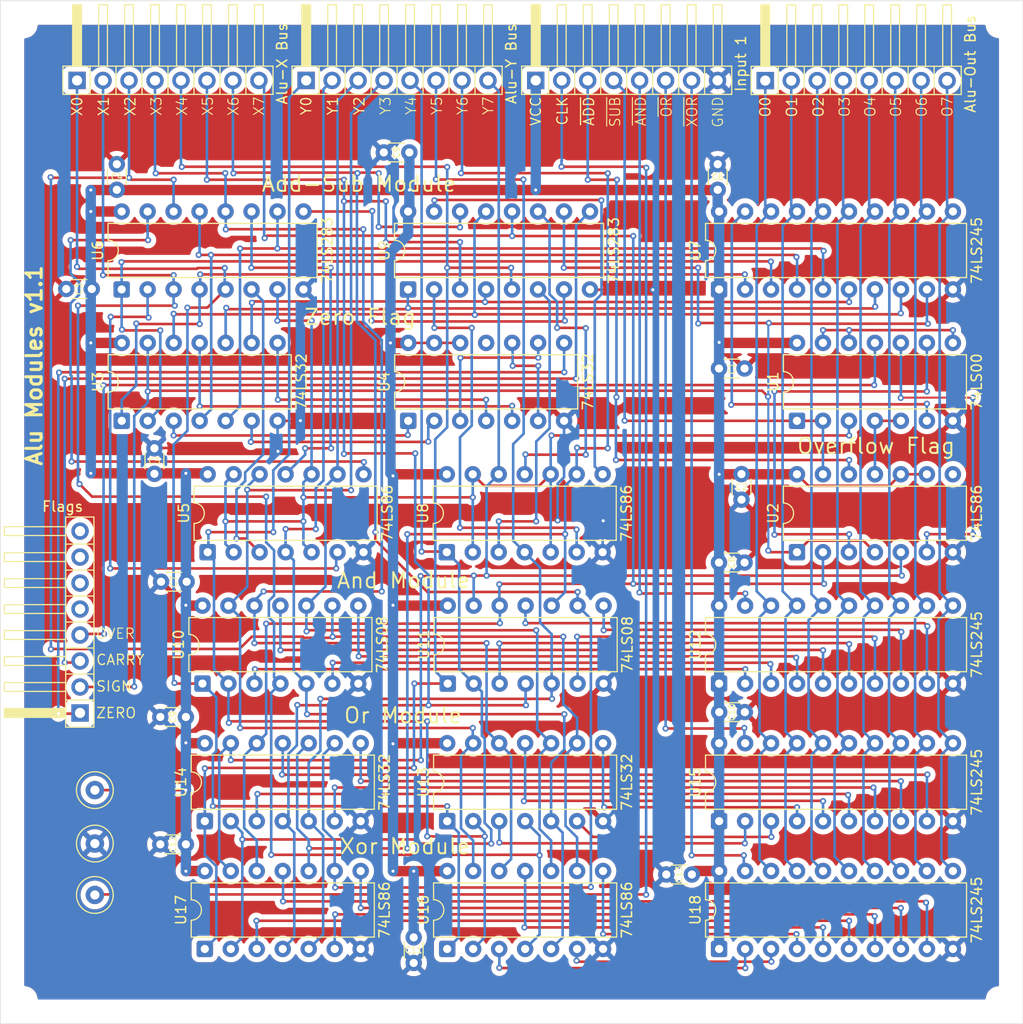
<source format=kicad_pcb>
(kicad_pcb (version 20241229) (generator "pcbnew") (generator_version "9.0")
  (title_block (title "Alu Modules") (date "2025-12-03") (rev "1.0") (company "Marco Vettigli"))
  (layers (0 "F.Cu" signal) (2 "B.Cu" signal) (13 "F.Paste" user) (15 "B.Paste" user) (5 "F.SilkS" user "F.Silkscreen") (7 "B.SilkS" user "B.Silkscreen") (1 "F.Mask" user) (3 "B.Mask" user) (25 "Edge.Cuts" user))
  (net 0 "")
  (net 1 "Net-(U1-Pad12)")
  (net 3 "Net-(U1-Pad10)")
  (net 4 "Net-(U1-Pad9)")
  (net 6 "/Add-Sub Module/S2")
  (net 7 "/Add-Sub Module/S5")
  (net 9 "/Add-Sub Module/S1")
  (net 11 "/Add-Sub Module/S4")
  (net 12 "Net-(U7-~{CE})")
  (net 13 "/Add-Sub Module/S0")
  (net 14 "Net-(U6-C0)")
  (net 15 "/Add-Sub Module/S6")
  (net 16 "/Add-Sub Module/S3")
  (net 17 "Net-(U3-Pad3)")
  (net 19 "Net-(U3-Pad8)")
  (net 20 "Net-(U3-Pad11)")
  (net 21 "Net-(U3-Pad6)")
  (net 22 "Net-(U4-Pad3)")
  (net 24 "Net-(U4-Pad10)")
  (net 25 "Net-(U9-B4)")
  (net 26 "Net-(U9-B2)")
  (net 27 "Net-(U9-B3)")
  (net 28 "Net-(U9-B1)")
  (net 29 "Net-(U6-B1)")
  (net 30 "Net-(U1-Pad4)")
  (net 31 "Net-(U12-A2)")
  (net 32 "Net-(U12-A3)")
  (net 33 "Net-(U12-A0)")
  (net 34 "Net-(U12-A1)")
  (net 35 "Net-(U12-A6)")
  (net 36 "Net-(U12-A5)")
  (net 37 "Net-(U12-A7)")
  (net 38 "Net-(U12-A4)")
  (net 39 "Net-(U15-A0)")
  (net 40 "Net-(U15-A3)")
  (net 41 "Net-(U15-A2)")
  (net 42 "Net-(U15-A1)")
  (net 43 "Net-(U15-A6)")
  (net 44 "Net-(U15-A5)")
  (net 45 "Net-(U15-A7)")
  (net 46 "Net-(U15-A4)")
  (net 47 "Net-(U18-A3)")
  (net 48 "Net-(U18-A2)")
  (net 49 "Net-(U18-A1)")
  (net 50 "Net-(U18-A0)")
  (net 51 "Net-(U18-A4)")
  (net 52 "Net-(U18-A6)")
  (net 53 "Net-(U18-A5)")
  (net 54 "Net-(U18-A7)")
  (net 55 "Net-(U6-B4)")
  (net 56 "Net-(U6-B3)")
  (net 57 "Net-(U6-B2)")
  (net 58 "Net-(U6-C4)")
  (net 59 "ZERO")
  (net 60 "CARRY")
  (net 61 "SIGN")
  (net 62 "OVER")
  (net 63 "X0")
  (net 64 "X1")
  (net 65 "X6")
  (net 66 "X7")
  (net 67 "X3")
  (net 68 "X2")
  (net 69 "X4")
  (net 70 "X5")
  (net 71 "Y5")
  (net 72 "Y0")
  (net 73 "Y4")
  (net 74 "Y2")
  (net 75 "Y7")
  (net 76 "Y6")
  (net 77 "Y3")
  (net 78 "Y1")
  (net 79 "O6")
  (net 80 "O4")
  (net 81 "O7")
  (net 82 "O1")
  (net 83 "O3")
  (net 84 "O5")
  (net 85 "O2")
  (net 86 "O0")
  (net 87 "GND")
  (net 88 "VCC")
  (net 89 "~{XOR}")
  (net 90 "CLK")
  (net 91 "~{ADD}")
  (net 92 "~{OR}")
  (net 93 "~{AND}")
  (net 94 "~{SUB}")
  (footprint "Package_DIP:DIP-14_W7.62mm" (layer "F.Cu") (at 70 142.705 90)
    (property "Reference" "U17")
    (property "Value" "74LS86")
  )
  (footprint "Package_DIP:DIP-14_W7.62mm" (layer "F.Cu") (at 89.89 91.066 90)
    (property "Reference" "U4")
    (property "Value" "74LS32")
  )
  (footprint "MountingHole:MountingHole_2.1mm" (layer "F.Cu") (at 147.65 147.65)
    (property "Reference" "REF**" (hide yes))
    (property "Value" "MountingHole_2.1mm" (hide yes))
  )
  (footprint "TestPoint:TestPoint_Loop_D3.50mm_Drill0.9mm_Beaded" (layer "F.Cu") (at 59.25 137.425)
    (property "Reference" "TP3" (hide yes))
    (property "Value" "CLK")
  )
  (footprint "Package_DIP:DIP-14_W7.62mm" (layer "F.Cu") (at 93.7 142.705 90)
    (property "Reference" "U16")
    (property "Value" "74LS86")
  )
  (footprint "Package_DIP:DIP-14_W7.62mm" (layer "F.Cu") (at 70 130.21 90)
    (property "Reference" "U14")
    (property "Value" "74LS32")
  )
  (footprint "Package_DIP:DIP-14_W7.62mm" (layer "F.Cu") (at 93.66 103.912 90)
    (property "Reference" "U8")
    (property "Value" "74LS86")
  )
  (footprint "TestPoint:TestPoint_Loop_D3.50mm_Drill0.9mm_Beaded" (layer "F.Cu") (at 59.25 127.175)
    (property "Reference" "TP1" (hide yes))
    (property "Value" "VCC")
  )
  (footprint "MountingHole:MountingHole_2.1mm" (layer "F.Cu") (at 52.35 147.65)
    (property "Reference" "REF**" (hide yes))
    (property "Value" "MountingHole_2.1mm" (hide yes))
  )
  (footprint "Package_DIP:DIP-14_W7.62mm" (layer "F.Cu") (at 93.75 116.758 90)
    (property "Reference" "U11")
    (property "Value" "74LS08")
  )
  (footprint "Package_DIP:DIP-14_W7.62mm" (layer "F.Cu") (at 93.7 130.21 90)
    (property "Reference" "U13")
    (property "Value" "74LS32")
  )
  (footprint "Package_DIP:DIP-14_W7.62mm" (layer "F.Cu") (at 69.77 116.758 90)
    (property "Reference" "U10")
    (property "Value" "74LS08")
  )
  (footprint "Package_DIP:DIP-14_W7.62mm" (layer "F.Cu") (at 127.9 91.066 90)
    (property "Reference" "U1")
    (property "Value" "74LS00")
  )
  (footprint "Capacitor_THT:C_Disc_D3.0mm_W1.6mm_P2.50mm" (layer "F.Cu") (at 90.425 141.575 -90)
    (property "Reference" "C11" (hide yes))
    (property "Value" "100n" (hide yes))
  )
  (footprint "Package_DIP:DIP-14_W7.62mm" (layer "F.Cu") (at 127.9 103.912 90)
    (property "Reference" "U2")
    (property "Value" "74LS86")
  )
  (footprint "Capacitor_THT:C_Disc_D3.0mm_W1.6mm_P2.50mm" (layer "F.Cu") (at 120.15 68.475 90)
    (property "Reference" "C6" (hide yes))
    (property "Value" "100n" (hide yes))
  )
  (footprint "Custom:PinHeader_1x08_P2.54mm_Horizontal" (layer "F.Cu") (at 60.55 119.63 180)
    (property "Reference" "J5" (hide yes))
    (property "Value" "Flags")
  )
  (footprint "MountingHole:MountingHole_2.1mm" (layer "F.Cu") (at 52.35 52.35)
    (property "Reference" "REF**" (hide yes))
    (property "Value" "MountingHole_2.1mm" (hide yes))
  )
  (footprint "Custom:PinHeader_1x08_P2.54mm_Horizontal" (layer "F.Cu") (at 79.91 60.535 90)
    (property "Reference" "J2" (hide yes))
    (property "Value" "Alu-Y Bus")
  )
  (footprint "Package_DIP:DIP-20_W7.62mm" (layer "F.Cu") (at 120.29 116.758 90)
    (property "Reference" "U12")
    (property "Value" "74LS245")
  )
  (footprint "Package_DIP:DIP-14_W7.62mm" (layer "F.Cu") (at 61.88 91.066 90)
    (property "Reference" "U3")
    (property "Value" "74LS32")
  )
  (footprint "Capacitor_THT:C_Disc_D3.0mm_W1.6mm_P2.50mm" (layer "F.Cu") (at 68.225 106.8 180)
    (property "Reference" "C7" (hide yes))
    (property "Value" "100n" (hide yes))
  )
  (footprint "Custom:PinHeader_1x08_P2.54mm_Horizontal" (layer "F.Cu") (at 57.51 60.535 90)
    (property "Reference" "J1" (hide yes))
    (property "Value" "Alu-X Bus")
  )
  (footprint "Custom:PinHeader_1x08_P2.54mm_Horizontal" (layer "F.Cu") (at 102.36 60.535 90)
    (property "Reference" "J4" (hide yes))
    (property "Value" "Input 1")
  )
  (footprint "MountingHole:MountingHole_2.1mm" (layer "F.Cu") (at 147.65 52.35)
    (property "Reference" "REF**" (hide yes))
    (property "Value" "MountingHole_2.1mm" (hide yes))
  )
  (footprint "Capacitor_THT:C_Disc_D3.0mm_W1.6mm_P2.50mm" (layer "F.Cu") (at 68.15 132.475 180)
    (property "Reference" "C12" (hide yes))
    (property "Value" "100n" (hide yes))
  )
  (footprint "Capacitor_THT:C_Disc_D3.0mm_W1.6mm_P2.50mm" (layer "F.Cu") (at 68.15 120.025 180)
    (property "Reference" "C9" (hide yes))
    (property "Value" "100n" (hide yes))
  )
  (footprint "Package_DIP:DIP-16_W7.62mm" (layer "F.Cu") (at 89.88 78.22 90)
    (property "Reference" "U9")
    (property "Value" "74LS283")
  )
  (footprint "Package_DIP:DIP-20_W7.62mm" (layer "F.Cu") (at 120.29 142.705 90)
    (property "Reference" "U18")
    (property "Value" "74LS245")
  )
  (footprint "Capacitor_THT:C_Disc_D3.0mm_W1.6mm_P2.50mm" (layer "F.Cu") (at 122.475 96.275 -90)
    (property "Reference" "C2" (hide yes))
    (property "Value" "100n" (hide yes))
  )
  (footprint "Package_DIP:DIP-20_W7.62mm" (layer "F.Cu") (at 120.29 130.21 90)
    (property "Reference" "U15")
    (property "Value" "74LS245")
  )
  (footprint "Capacitor_THT:C_Disc_D3.0mm_W1.6mm_P2.50mm" (layer "F.Cu") (at 120.275 85.95)
    (property "Reference" "C1" (hide yes))
    (property "Value" "100n" (hide yes))
  )
  (footprint "Capacitor_THT:C_Disc_D3.0mm_W1.6mm_P2.50mm" (layer "F.Cu") (at 61.4 68.475 90)
    (property "Reference" "C4" (hide yes))
    (property "Value" "100n" (hide yes))
  )
  (footprint "Package_DIP:DIP-14_W7.62mm" (layer "F.Cu") (at 70.28 103.912 90)
    (property "Reference" "U5")
    (property "Value" "74LS86")
  )
  (footprint "Package_DIP:DIP-20_W7.62mm" (layer "F.Cu") (at 120.29 78.22 90)
    (property "Reference" "U7")
    (property "Value" "74LS245")
  )
  (footprint "TestPoint:TestPoint_Loop_D3.50mm_Drill0.9mm_Beaded" (layer "F.Cu") (at 59.25 132.4)
    (property "Reference" "TP2" (hide yes))
    (property "Value" "GND")
  )
  (footprint "Capacitor_THT:C_Disc_D3.0mm_W1.6mm_P2.50mm" (layer "F.Cu") (at 90 64.825 180)
    (property "Reference" "C9" (hide yes))
    (property "Value" "100n" (hide yes))
  )
  (footprint "Capacitor_THT:C_Disc_D3.0mm_W1.6mm_P2.50mm" (layer "F.Cu") (at 117.625 135.425 180)
    (property "Reference" "C13" (hide yes))
    (property "Value" "100n" (hide yes))
  )
  (footprint "Custom:PinHeader_1x08_P2.54mm_Horizontal" (layer "F.Cu") (at 124.8 60.55 90)
    (property "Reference" "J3" (hide yes))
    (property "Value" "Alu-Out Bus")
  )
  (footprint "Capacitor_THT:C_Disc_D3.0mm_W1.6mm_P2.50mm" (layer "F.Cu") (at 120.275 104.925)
    (property "Reference" "C8" (hide yes))
    (property "Value" "100n" (hide yes))
  )
  (footprint "Capacitor_THT:C_Disc_D3.0mm_W1.6mm_P2.50mm" (layer "F.Cu") (at 120.3 119.55)
    (property "Reference" "C10" (hide yes))
    (property "Value" "100n" (hide yes))
  )
  (footprint "Capacitor_THT:C_Disc_D3.0mm_W1.6mm_P2.50mm" (layer "F.Cu") (at 65.075 96.25 90)
    (property "Reference" "C5" (hide yes))
    (property "Value" "100n" (hide yes))
  )
  (footprint "Capacitor_THT:C_Disc_D3.0mm_W1.6mm_P2.50mm" (layer "F.Cu") (at 58.95 78.175 180)
    (property "Reference" "C3" (hide yes))
    (property "Value" "100n" (hide yes))
  )
  (footprint "Package_DIP:DIP-16_W7.62mm" (layer "F.Cu") (at 61.87 78.22 90)
    (property "Reference" "U6")
    (property "Value" "74LS283")
  )
  (gr_rect (start 50 50) (end 150 150) (stroke (width 0.05)) (fill no) (layer "Edge.Cuts"))
  (gr_text "Or Module" (at 83.5 120.75 0) (layer "F.SilkS") (effects (font (size 1.5 1.5) (thickness 0.1875)) (justify left bottom)))
  (gr_text "Add-Sub Module" (at 75.45 68.775 0) (layer "F.SilkS") (effects (font (size 1.5 1.5) (thickness 0.1875)) (justify left bottom)))
  (gr_text "Xor Module" (at 83.1 133.55 0) (layer "F.SilkS") (effects (font (size 1.5 1.5) (thickness 0.1875)) (justify left bottom)))
  (gr_text "Overflow Flag" (at 127.8 94.4 0) (layer "F.SilkS") (effects (font (size 1.5 1.5) (thickness 0.1875)) (justify left bottom)))
  (gr_text "Alu Modules v1.1" (at 54.2 95.6 90) (layer "F.SilkS") (effects (font (size 1.5 1.5) (thickness 0.3) (bold yes)) (justify left bottom)))
  (gr_text "Zero Flag" (at 79.6 81.8 0) (layer "F.SilkS") (effects (font (size 1.5 1.5) (thickness 0.1875)) (justify left bottom)))
  (gr_text "And Module" (at 82.8 107.55 0) (layer "F.SilkS") (effects (font (size 1.5 1.5) (thickness 0.1875)) (justify left bottom)))
  (segment (start 130.45 82.2) (end 133 82.2) (width 0.254) (layer "F.Cu") (net 1))
  (segment (start 133 82.2) (end 143.15 82.2) (width 0.254) (layer "F.Cu") (net 1))
  (via (at 130.45 82.2) (size 0.6) (drill 0.3) (layers "F.Cu" "B.Cu") (net 1))
  (via (at 143.15 82.2) (size 0.6) (drill 0.3) (layers "F.Cu" "B.Cu") (net 1))
  (via (at 133 82.2) (size 0.6) (drill 0.3) (layers "F.Cu" "B.Cu") (net 1))
  (segment (start 133 82.2) (end 133 83.426) (width 0.254) (layer "B.Cu") (net 1))
  (segment (start 143.15 82.2) (end 143.15 83.436) (width 0.254) (layer "B.Cu") (net 1))
  (segment (start 133 83.426) (end 132.98 83.446) (width 0.254) (layer "B.Cu") (net 1))
  (segment (start 130.44 82.21) (end 130.45 82.2) (width 0.254) (layer "B.Cu") (net 1))
  (segment (start 143.15 83.436) (end 143.14 83.446) (width 0.254) (layer "B.Cu") (net 1))
  (segment (start 130.44 83.446) (end 130.44 82.21) (width 0.254) (layer "B.Cu") (net 1))
  (segment (start 138.074 88.799) (end 145.099 88.799) (width 0.2) (layer "F.Cu") (net 3))
  (segment (start 138.05 88.823) (end 138.074 88.799) (width 0.2) (layer "F.Cu") (net 3))
  (segment (start 145.1 102.15) (end 140.6 102.15) (width 0.254) (layer "F.Cu") (net 3))
  (via (at 140.6 102.15) (size 0.6) (drill 0.3) (layers "F.Cu" "B.Cu") (net 3))
  (via (at 145.1 102.15) (size 0.6) (drill 0.3) (layers "F.Cu" "B.Cu") (net 3))
  (via (at 145.1 88.8) (size 0.6) (drill 0.3) (layers "F.Cu" "B.Cu") (net 3))
  (via (at 138.05 88.823) (size 0.6) (drill 0.3) (layers "F.Cu" "B.Cu") (net 3))
  (segment (start 140.6 102.15) (end 140.6 103.912) (width 0.254) (layer "B.Cu") (net 3))
  (segment (start 138.06 88.813) (end 138.05 88.823) (width 0.254) (layer "B.Cu") (net 3))
  (segment (start 138.06 83.446) (end 138.06 88.813) (width 0.254) (layer "B.Cu") (net 3))
  (segment (start 145.1 88.8) (end 145.1 102.15) (width 0.254) (layer "B.Cu") (net 3))
  (segment (start 140.597 88.196) (end 140.6 88.199) (width 0.254) (layer "F.Cu") (net 4))
  (segment (start 133 102.157) (end 125.743 102.157) (width 0.254) (layer "F.Cu") (net 4))
  (segment (start 125.743 102.157) (end 125.7 102.2) (width 0.254) (layer "F.Cu") (net 4))
  (segment (start 125.7 88.196) (end 140.597 88.196) (width 0.254) (layer "F.Cu") (net 4))
  (via (at 125.7 102.2) (size 0.6) (drill 0.3) (layers "F.Cu" "B.Cu") (net 4))
  (via (at 140.6 88.199) (size 0.6) (drill 0.3) (layers "F.Cu" "B.Cu") (net 4))
  (via (at 133 102.157) (size 0.6) (drill 0.3) (layers "F.Cu" "B.Cu") (net 4))
  (via (at 125.7 88.196) (size 0.6) (drill 0.3) (layers "F.Cu" "B.Cu") (net 4))
  (segment (start 125.7 102.2) (end 125.7 88.196) (width 0.254) (layer "B.Cu") (net 4))
  (segment (start 132.98 102.177) (end 133 102.157) (width 0.254) (layer "B.Cu") (net 4))
  (segment (start 140.6 88.199) (end 140.6 83.446) (width 0.254) (layer "B.Cu") (net 4))
  (segment (start 132.98 103.912) (end 132.98 102.177) (width 0.254) (layer "B.Cu") (net 4))
  (segment (start 127.85 75.05) (end 127.645 74.845) (width 0.254) (layer "F.Cu") (net 6))
  (segment (start 127.645 74.845) (end 70.6 74.845) (width 0.254) (layer "F.Cu") (net 6))
  (segment (start 70.6 74.845) (end 69.4 74.845) (width 0.254) (layer "F.Cu") (net 6))
  (via (at 69.4 74.845) (size 0.6) (drill 0.3) (layers "F.Cu" "B.Cu") (net 6))
  (via (at 70.6 74.845) (size 0.6) (drill 0.3) (layers "F.Cu" "B.Cu") (net 6))
  (via (at 127.85 75.05) (size 0.6) (drill 0.3) (layers "F.Cu" "B.Cu") (net 6))
  (segment (start 70.628 74.873) (end 70.6 74.845) (width 0.254) (layer "B.Cu") (net 6))
  (segment (start 127.91 75.11) (end 127.85 75.05) (width 0.254) (layer "B.Cu") (net 6))
  (segment (start 69.4 74.845) (end 69.49 74.755) (width 0.254) (layer "B.Cu") (net 6))
  (segment (start 70.628 89.938) (end 70.628 74.873) (width 0.254) (layer "B.Cu") (net 6))
  (segment (start 127.91 78.22) (end 127.91 75.11) (width 0.254) (layer "B.Cu") (net 6))
  (segment (start 69.49 74.755) (end 69.49 70.6) (width 0.254) (layer "B.Cu") (net 6))
  (segment (start 69.5 91.066) (end 70.628 89.938) (width 0.254) (layer "B.Cu") (net 6))
  (segment (start 89.933 80.078) (end 135.372 80.078) (width 0.254) (layer "F.Cu") (net 7))
  (segment (start 72.1 80.023) (end 72.224544 80.147544) (width 0.254) (layer "F.Cu") (net 7))
  (segment (start 89.753456 80.147544) (end 89.878 80.023) (width 0.254) (layer "F.Cu") (net 7))
  (segment (start 89.878 80.023) (end 89.933 80.078) (width 0.254) (layer "F.Cu") (net 7))
  (segment (start 72.224544 80.147544) (end 89.753456 80.147544) (width 0.254) (layer "F.Cu") (net 7))
  (segment (start 135.372 80.078) (end 135.55 79.9) (width 0.254) (layer "F.Cu") (net 7))
  (via (at 135.55 79.9) (size 0.6) (drill 0.3) (layers "F.Cu" "B.Cu") (net 7))
  (via (at 72.1 80.023) (size 0.6) (drill 0.3) (layers "F.Cu" "B.Cu") (net 7))
  (via (at 89.878 80.023) (size 0.6) (drill 0.3) (layers "F.Cu" "B.Cu") (net 7))
  (segment (start 72.04 80.083) (end 72.1 80.023) (width 0.254) (layer "B.Cu") (net 7))
  (segment (start 89.85 78.25) (end 89.88 78.22) (width 0.254) (layer "B.Cu") (net 7))
  (segment (start 72.04 83.446) (end 72.04 80.083) (width 0.254) (layer "B.Cu") (net 7))
  (segment (start 89.878 80.023) (end 89.85 79.995) (width 0.254) (layer "B.Cu") (net 7))
  (segment (start 135.53 79.88) (end 135.55 79.9) (width 0.254) (layer "B.Cu") (net 7))
  (segment (start 89.85 79.995) (end 89.85 78.25) (width 0.254) (layer "B.Cu") (net 7))
  (segment (start 135.53 78.22) (end 135.53 79.88) (width 0.254) (layer "B.Cu") (net 7))
  (segment (start 61.928 75.472) (end 61.85 75.55) (width 0.254) (layer "F.Cu") (net 9))
  (segment (start 61.901736 82.14618) (end 62.09618 82.14618) (width 0.254) (layer "F.Cu") (net 9))
  (segment (start 62.09618 82.14618) (end 62.177 82.227) (width 0.254) (layer "F.Cu") (net 9))
  (segment (start 125.322 75.472) (end 61.928 75.472) (width 0.254) (layer "F.Cu") (net 9))
  (segment (start 62.177 82.227) (end 65.65 82.227) (width 0.254) (layer "F.Cu") (net 9))
  (segment (start 125.35 75.5) (end 125.322 75.472) (width 0.254) (layer "F.Cu") (net 9))
  (via (at 65.65 82.227) (size 0.6) (drill 0.3) (layers "F.Cu" "B.Cu") (net 9))
  (via (at 61.901736 82.14618) (size 0.6) (drill 0.3) (layers "F.Cu" "B.Cu") (net 9))
  (via (at 125.35 75.5) (size 0.6) (drill 0.3) (layers "F.Cu" "B.Cu") (net 9))
  (via (at 61.85 75.55) (size 0.6) (drill 0.3) (layers "F.Cu" "B.Cu") (net 9))
  (segment (start 65.65 82.227) (end 65.65 89.836) (width 0.254) (layer "B.Cu") (net 9))
  (segment (start 61.901736 81.951736) (end 61.87 81.92) (width 0.254) (layer "B.Cu") (net 9))
  (segment (start 125.37 78.22) (end 125.37 75.52) (width 0.254) (layer "B.Cu") (net 9))
  (segment (start 61.87 75.57) (end 61.87 78.22) (width 0.254) (layer "B.Cu") (net 9))
  (segment (start 65.65 89.836) (end 64.42 91.066) (width 0.254) (layer "B.Cu") (net 9))
  (segment (start 125.37 75.52) (end 125.35 75.5) (width 0.254) (layer "B.Cu") (net 9))
  (segment (start 61.87 81.92) (end 61.87 78.22) (width 0.254) (layer "B.Cu") (net 9))
  (segment (start 61.901736 82.14618) (end 61.901736 81.951736) (width 0.254) (layer "B.Cu") (net 9))
  (segment (start 61.85 75.55) (end 61.87 75.57) (width 0.254) (layer "B.Cu") (net 9))
  (segment (start 97.4 79.45) (end 133 79.45) (width 0.254) (layer "F.Cu") (net 11))
  (segment (start 97.345 79.395) (end 74.729045 79.395) (width 0.254) (layer "F.Cu") (net 11))
  (segment (start 74.729045 79.395) (end 74.604501 79.519544) (width 0.254) (layer "F.Cu") (net 11))
  (segment (start 97.4 79.45) (end 97.345 79.395) (width 0.254) (layer "F.Cu") (net 11))
  (via (at 97.4 79.45) (size 0.6) (drill 0.3) (layers "F.Cu" "B.Cu") (net 11))
  (via (at 74.604501 79.519544) (size 0.6) (drill 0.3) (layers "F.Cu" "B.Cu") (net 11))
  (via (at 133 79.45) (size 0.6) (drill 0.3) (layers "F.Cu" "B.Cu") (net 11))
  (segment (start 132.99 79.44) (end 133 79.45) (width 0.254) (layer "B.Cu") (net 11))
  (segment (start 97.4 79.45) (end 97.4 78.32) (width 0.254) (layer "B.Cu") (net 11))
  (segment (start 97.4 78.32) (end 97.5 78.22) (width 0.254) (layer "B.Cu") (net 11))
  (segment (start 74.58 79.544045) (end 74.58 83.446) (width 0.254) (layer "B.Cu") (net 11))
  (segment (start 74.604501 79.519544) (end 74.58 79.544045) (width 0.254) (layer "B.Cu") (net 11))
  (segment (start 132.99 78.22) (end 132.99 79.44) (width 0.254) (layer "B.Cu") (net 11))
  (segment (start 140.4 89.4) (end 140.6 89.4) (width 0.254) (layer "F.Cu") (net 12))
  (segment (start 121.525 89.45) (end 140.35 89.45) (width 0.254) (layer "F.Cu") (net 12))
  (segment (start 140.35 89.45) (end 140.4 89.4) (width 0.254) (layer "F.Cu") (net 12))
  (segment (start 121.475 89.5) (end 121.525 89.45) (width 0.254) (layer "F.Cu") (net 12))
  (via (at 121.475 89.5) (size 0.6) (drill 0.3) (layers "F.Cu" "B.Cu") (net 12))
  (via (at 140.6 89.4) (size 0.6) (drill 0.3) (layers "F.Cu" "B.Cu") (net 12))
  (segment (start 121.525 89.275) (end 121.525 71.905) (width 0.254) (layer "B.Cu") (net 12))
  (segment (start 121.475 89.5) (end 121.475 89.325) (width 0.254) (layer "B.Cu") (net 12))
  (segment (start 140.6 89.4) (end 140.6 91.066) (width 0.254) (layer "B.Cu") (net 12))
  (segment (start 121.525 71.905) (end 122.83 70.6) (width 0.254) (layer "B.Cu") (net 12))
  (segment (start 121.475 89.325) (end 121.525 89.275) (width 0.254) (layer "B.Cu") (net 12))
  (segment (start 63.35 81.6) (end 63.3 81.55) (width 0.254) (layer "F.Cu") (net 13))
  (segment (start 122.8 76.75) (end 69.55 76.75) (width 0.254) (layer "F.Cu") (net 13))
  (segment (start 69.5 81.6) (end 63.35 81.6) (width 0.254) (layer "F.Cu") (net 13))
  (via (at 63.3 81.55) (size 0.6) (drill 0.3) (layers "F.Cu" "B.Cu") (net 13))
  (via (at 69.5 81.6) (size 0.6) (drill 0.3) (layers "F.Cu" "B.Cu") (net 13))
  (via (at 122.8 76.75) (size 0.6) (drill 0.3) (layers "F.Cu" "B.Cu") (net 13))
  (via (at 69.55 76.75) (size 0.6) (drill 0.3) (layers "F.Cu" "B.Cu") (net 13))
  (segment (start 69.49 81.59) (end 69.5 81.6) (width 0.254) (layer "B.Cu") (net 13))
  (segment (start 69.55 78.16) (end 69.49 78.22) (width 0.254) (layer "B.Cu") (net 13))
  (segment (start 63.292 87.608) (end 61.88 89.02) (width 0.254) (layer "B.Cu") (net 13))
  (segment (start 63.3 81.55) (end 63.292 81.558) (width 0.254) (layer "B.Cu") (net 13))
  (segment (start 69.49 78.22) (end 69.49 81.59) (width 0.254) (layer "B.Cu") (net 13))
  (segment (start 63.292 81.558) (end 63.292 87.608) (width 0.254) (layer "B.Cu") (net 13))
  (segment (start 61.88 89.02) (end 61.88 91.066) (width 0.254) (layer "B.Cu") (net 13))
  (segment (start 122.83 76.78) (end 122.8 76.75) (width 0.254) (layer "B.Cu") (net 13))
  (segment (start 122.83 78.22) (end 122.83 76.78) (width 0.254) (layer "B.Cu") (net 13))
  (segment (start 69.55 76.75) (end 69.55 78.16) (width 0.254) (layer "B.Cu") (net 13))
  (segment (start 79.640001 98.55) (end 96.2 98.55) (width 0.254) (layer "F.Cu") (net 14))
  (segment (start 96.2 96.292) (end 97.328 97.42) (width 0.254) (layer "F.Cu") (net 14))
  (segment (start 102.692 97.42) (end 103.82 96.292) (width 0.254) (layer "F.Cu") (net 14))
  (segment (start 97.328 97.42) (end 102.692 97.42) (width 0.254) (layer "F.Cu") (net 14))
  (segment (start 72.020001 100.9) (end 79.640001 100.9) (width 0.254) (layer "F.Cu") (net 14))
  (segment (start 133 92.5) (end 103.9 92.5) (width 0.254) (layer "F.Cu") (net 14))
  (segment (start 80.45 81.277) (end 77.1 81.277) (width 0.254) (layer "F.Cu") (net 14))
  (via (at 80.45 81.277) (size 0.6) (drill 0.3) (layers "F.Cu" "B.Cu") (net 14))
  (via (at 103.9 92.5) (size 0.6) (drill 0.3) (layers "F.Cu" "B.Cu") (net 14))
  (via (at 72.020001 100.9) (size 0.6) (drill 0.3) (layers "F.Cu" "B.Cu") (net 14))
  (via (at 79.640001 100.9) (size 0.6) (drill 0.3) (layers "F.Cu" "B.Cu") (net 14))
  (via (at 96.2 98.55) (size 0.6) (drill 0.3) (layers "F.Cu" "B.Cu") (net 14))
  (via (at 77.1 81.277) (size 0.6) (drill 0.3) (layers "F.Cu" "B.Cu") (net 14))
  (via (at 133 92.5) (size 0.6) (drill 0.3) (layers "F.Cu" "B.Cu") (net 14))
  (via (at 79.640001 98.55) (size 0.6) (drill 0.3) (layers "F.Cu" "B.Cu") (net 14))
  (segment (start 103.82 92.58) (end 103.82 96.292) (width 0.254) (layer "B.Cu") (net 14))
  (segment (start 96.2 98.55) (end 96.2 103.912) (width 0.254) (layer "B.Cu") (net 14))
  (segment (start 103.82 96.292) (end 103.82 103.912) (width 0.254) (layer "B.Cu") (net 14))
  (segment (start 77.11 81.267) (end 77.11 78.22) (width 0.254) (layer "B.Cu") (net 14))
  (segment (start 79.640001 103.112001) (end 79.640001 100.9) (width 0.254) (layer "B.Cu") (net 14))
  (segment (start 132.98 91.066) (end 132.98 92.48) (width 0.254) (layer "B.Cu") (net 14))
  (segment (start 80.44 96.292) (end 80.44 81.287) (width 0.254) (layer "B.Cu") (net 14))
  (segment (start 79.640001 97.091999) (end 80.44 96.292) (width 0.254) (layer "B.Cu") (net 14))
  (segment (start 103.9 92.5) (end 103.82 92.58) (width 0.254) (layer "B.Cu") (net 14))
  (segment (start 80.44 81.287) (end 80.45 81.277) (width 0.254) (layer "B.Cu") (net 14))
  (segment (start 96.2 96.292) (end 96.2 98.55) (width 0.254) (layer "B.Cu") (net 14))
  (segment (start 72.020001 103.112001) (end 72.020001 97.091999) (width 0.254) (layer "B.Cu") (net 14))
  (segment (start 79.640001 100.9) (end 79.640001 97.091999) (width 0.254) (layer "B.Cu") (net 14))
  (segment (start 80.44 103.912) (end 79.640001 103.112001) (width 0.254) (layer "B.Cu") (net 14))
  (segment (start 72.020001 97.091999) (end 72.82 96.292) (width 0.254) (layer "B.Cu") (net 14))
  (segment (start 132.98 92.48) (end 133 92.5) (width 0.254) (layer "B.Cu") (net 14))
  (segment (start 77.1 81.277) (end 77.11 81.267) (width 0.254) (layer "B.Cu") (net 14))
  (segment (start 72.82 103.912) (end 72.020001 103.112001) (width 0.254) (layer "B.Cu") (net 14))
  (segment (start 137.95 80.65) (end 138.05 80.55) (width 0.254) (layer "F.Cu") (net 15))
  (segment (start 67.15 80.6) (end 67.2 80.65) (width 0.254) (layer "F.Cu") (net 15))
  (segment (start 96.4 80.65) (end 137.95 80.65) (width 0.254) (layer "F.Cu") (net 15))
  (segment (start 66.95 80.6) (end 67.15 80.6) (width 0.254) (layer "F.Cu") (net 15))
  (segment (start 67.2 80.65) (end 96.4 80.65) (width 0.254) (layer "F.Cu") (net 15))
  (via (at 96.4 80.705) (size 0.6) (drill 0.3) (layers "F.Cu" "B.Cu") (net 15))
  (via (at 138.05 80.55) (size 0.6) (drill 0.3) (layers "F.Cu" "B.Cu") (net 15))
  (via (at 66.95 80.6) (size 0.6) (drill 0.3) (layers "F.Cu" "B.Cu") (net 15))
  (segment (start 96.372 71.728) (end 96.372 80.677) (width 0.254) (layer "B.Cu") (net 15))
  (segment (start 97.5 70.6) (end 96.372 71.728) (width 0.254) (layer "B.Cu") (net 15))
  (segment (start 66.95 80.6) (end 66.95 80.9) (width 0.254) (layer "B.Cu") (net 15))
  (segment (start 66.96 80.91) (end 66.96 83.446) (width 0.254) (layer "B.Cu") (net 15))
  (segment (start 138.07 80.53) (end 138.05 80.55) (width 0.254) (layer "B.Cu") (net 15))
  (segment (start 138.07 78.22) (end 138.07 80.53) (width 0.254) (layer "B.Cu") (net 15))
  (segment (start 66.95 80.9) (end 66.96 80.91) (width 0.254) (layer "B.Cu") (net 15))
  (segment (start 96.372 80.677) (end 96.4 80.705) (width 0.254) (layer "B.Cu") (net 15))
  (segment (start 130.268 74.218) (end 77.1 74.218) (width 0.254) (layer "F.Cu") (net 16))
  (segment (start 73.45 74.218) (end 77.1 74.218) (width 0.254) (layer "F.Cu") (net 16))
  (segment (start 130.5 74.45) (end 130.268 74.218) (width 0.254) (layer "F.Cu") (net 16))
  (via (at 77.1 74.218) (size 0.6) (drill 0.3) (layers "F.Cu" "B.Cu") (net 16))
  (via (at 130.5 74.45) (size 0.6) (drill 0.3) (layers "F.Cu" "B.Cu") (net 16))
  (via (at 73.45 74.218) (size 0.6) (drill 0.3) (layers "F.Cu" "B.Cu") (net 16))
  (segment (start 72.04 91.066) (end 73.442 89.664) (width 0.254) (layer "B.Cu") (net 16))
  (segment (start 73.442 89.664) (end 73.442 74.226) (width 0.254) (layer "B.Cu") (net 16))
  (segment (start 77.11 74.208) (end 77.11 70.6) (width 0.254) (layer "B.Cu") (net 16))
  (segment (start 77.1 74.218) (end 77.11 74.208) (width 0.254) (layer "B.Cu") (net 16))
  (segment (start 130.45 78.22) (end 130.45 74.5) (width 0.254) (layer "B.Cu") (net 16))
  (segment (start 73.442 74.226) (end 73.45 74.218) (width 0.254) (layer "B.Cu") (net 16))
  (segment (start 130.45 74.5) (end 130.5 74.45) (width 0.254) (layer "B.Cu") (net 16))
  (segment (start 66.95 92.5) (end 89.8 92.5) (width 0.254) (layer "F.Cu") (net 17))
  (segment (start 89.8 92.5) (end 89.85 92.45) (width 0.254) (layer "F.Cu") (net 17))
  (via (at 66.95 92.5) (size 0.6) (drill 0.3) (layers "F.Cu" "B.Cu") (net 17))
  (via (at 89.85 92.45) (size 0.6) (drill 0.3) (layers "F.Cu" "B.Cu") (net 17))
  (segment (start 66.96 91.066) (end 66.96 92.49) (width 0.254) (layer "B.Cu") (net 17))
  (segment (start 66.96 92.49) (end 66.95 92.5) (width 0.254) (layer "B.Cu") (net 17))
  (segment (start 89.85 91.106) (end 89.89 91.066) (width 0.254) (layer "B.Cu") (net 17))
  (segment (start 89.85 92.45) (end 89.85 91.106) (width 0.254) (layer "B.Cu") (net 17))
  (segment (start 77.15 89) (end 97.5 89) (width 0.254) (layer "F.Cu") (net 19))
  (via (at 77.15 89) (size 0.6) (drill 0.3) (layers "F.Cu" "B.Cu") (net 19))
  (via (at 97.5 89) (size 0.6) (drill 0.3) (layers "F.Cu" "B.Cu") (net 19))
  (segment (start 97.5 89) (end 97.5 91.056) (width 0.254) (layer "B.Cu") (net 19))
  (segment (start 77.12 83.446) (end 77.12 88.97) (width 0.254) (layer "B.Cu") (net 19))
  (segment (start 97.5 91.056) (end 97.51 91.066) (width 0.254) (layer "B.Cu") (net 19))
  (segment (start 77.12 88.97) (end 77.15 89) (width 0.254) (layer "B.Cu") (net 19))
  (segment (start 69.5 89.65) (end 100 89.65) (width 0.254) (layer "F.Cu") (net 20))
  (segment (start 100 89.65) (end 100.05 89.6) (width 0.254) (layer "F.Cu") (net 20))
  (via (at 69.5 89.65) (size 0.6) (drill 0.3) (layers "F.Cu" "B.Cu") (net 20))
  (via (at 100.05 89.6) (size 0.6) (drill 0.3) (layers "F.Cu" "B.Cu") (net 20))
  (segment (start 100.05 89.6) (end 100.05 91.066) (width 0.254) (layer "B.Cu") (net 20))
  (segment (start 69.5 89.65) (end 69.5 83.446) (width 0.254) (layer "B.Cu") (net 20))
  (segment (start 74.5 93.127) (end 91.823 93.127) (width 0.254) (layer "F.Cu") (net 21))
  (segment (start 91.823 93.127) (end 91.85 93.1) (width 0.254) (layer "F.Cu") (net 21))
  (via (at 74.5 93.127) (size 0.6) (drill 0.3) (layers "F.Cu" "B.Cu") (net 21))
  (via (at 91.85 93.1) (size 0.6) (drill 0.3) (layers "F.Cu" "B.Cu") (net 21))
  (segment (start 74.58 91.066) (end 74.58 93.047) (width 0.254) (layer "B.Cu") (net 21))
  (segment (start 91.85 91.646) (end 92.43 91.066) (width 0.254) (layer "B.Cu") (net 21))
  (segment (start 74.58 93.047) (end 74.5 93.127) (width 0.254) (layer "B.Cu") (net 21))
  (segment (start 91.85 93.1) (end 91.85 91.646) (width 0.254) (layer "B.Cu") (net 21))
  (segment (start 95.25 84.9) (end 95.262001 84.887999) (width 0.254) (layer "F.Cu") (net 22))
  (segment (start 95 84.9) (end 95.25 84.9) (width 0.254) (layer "F.Cu") (net 22))
  (segment (start 95.262001 84.887999) (end 102.601867 84.887999) (width 0.254) (layer "F.Cu") (net 22))
  (via (at 95 84.9) (size 0.6) (drill 0.3) (layers "F.Cu" "B.Cu") (net 22))
  (via (at 102.601867 84.887999) (size 0.6) (drill 0.3) (layers "F.Cu" "B.Cu") (net 22))
  (segment (start 102.601867 84.887999) (end 102.601867 83.457867) (width 0.254) (layer "B.Cu") (net 22))
  (segment (start 94.97 85.18) (end 94.97 91.066) (width 0.254) (layer "B.Cu") (net 22))
  (segment (start 95 84.9) (end 95 85.15) (width 0.254) (layer "B.Cu") (net 22))
  (segment (start 95 85.15) (end 94.97 85.18) (width 0.254) (layer "B.Cu") (net 22))
  (segment (start 102.601867 83.457867) (end 102.59 83.446) (width 0.254) (layer "B.Cu") (net 22))
  (segment (start 102.6 85.688) (end 100.1 85.688) (width 0.254) (layer "F.Cu") (net 24))
  (via (at 102.6 85.688) (size 0.6) (drill 0.3) (layers "F.Cu" "B.Cu") (net 24))
  (via (at 100.1 85.688) (size 0.6) (drill 0.3) (layers "F.Cu" "B.Cu") (net 24))
  (segment (start 102.59 85.698) (end 102.6 85.688) (width 0.254) (layer "B.Cu") (net 24))
  (segment (start 100.1 83.496) (end 100.05 83.446) (width 0.254) (layer "B.Cu") (net 24))
  (segment (start 100.1 85.688) (end 100.1 83.496) (width 0.254) (layer "B.Cu") (net 24))
  (segment (start 102.59 91.066) (end 102.59 85.698) (width 0.254) (layer "B.Cu") (net 24))
  (segment (start 101.377 94.377) (end 101.35 94.35) (width 0.254) (layer "F.Cu") (net 25))
  (segment (start 107.25 94.377) (end 101.377 94.377) (width 0.254) (layer "F.Cu") (net 25))
  (segment (start 107.227 81.977) (end 107.25 82) (width 0.254) (layer "F.Cu") (net 25))
  (segment (start 104.45 81.977) (end 107.227 81.977) (width 0.254) (layer "F.Cu") (net 25))
  (via (at 107.25 82) (size 0.6) (drill 0.3) (layers "F.Cu" "B.Cu") (net 25))
  (via (at 104.45 81.977) (size 0.6) (drill 0.3) (layers "F.Cu" "B.Cu") (net 25))
  (via (at 101.35 94.35) (size 0.6) (drill 0.3) (layers "F.Cu" "B.Cu") (net 25))
  (via (at 107.25 94.377) (size 0.6) (drill 0.3) (layers "F.Cu" "B.Cu") (net 25))
  (segment (start 104.45 79.429233) (end 104.45 81.977) (width 0.254) (layer "B.Cu") (net 25))
  (segment (start 101.35 96.222) (end 101.28 96.292) (width 0.254) (layer "B.Cu") (net 25))
  (segment (start 102.58 70.6) (end 103.708 71.728) (width 0.254) (layer "B.Cu") (net 25))
  (segment (start 107.25 82) (end 107.25 94.377) (width 0.254) (layer "B.Cu") (net 25))
  (segment (start 101.35 94.35) (end 101.35 96.222) (width 0.254) (layer "B.Cu") (net 25))
  (segment (start 103.708 71.728) (end 103.708 78.687233) (width 0.254) (layer "B.Cu") (net 25))
  (segment (start 103.708 78.687233) (end 104.45 79.429233) (width 0.254) (layer "B.Cu") (net 25))
  (segment (start 106.172 101.522) (end 94.951 101.522) (width 0.254) (layer "F.Cu") (net 26))
  (segment (start 106.35 101.7) (end 106.172 101.522) (width 0.254) (layer "F.Cu") (net 26))
  (segment (start 96.1 81.977) (end 92.45 81.977) (width 0.254) (layer "F.Cu") (net 26))
  (segment (start 94.951 101.522) (end 94.95 101.523) (width 0.254) (layer "F.Cu") (net 26))
  (via (at 94.95 101.523) (size 0.6) (drill 0.3) (layers "F.Cu" "B.Cu") (net 26))
  (via (at 96.1 81.977) (size 0.6) (drill 0.3) (layers "F.Cu" "B.Cu") (net 26))
  (via (at 92.45 81.977) (size 0.6) (drill 0.3) (layers "F.Cu" "B.Cu") (net 26))
  (via (at 106.35 101.7) (size 0.6) (drill 0.3) (layers "F.Cu" "B.Cu") (net 26))
  (segment (start 106.36 101.71) (end 106.35 101.7) (width 0.254) (layer "B.Cu") (net 26))
  (segment (start 92.45 81.977) (end 92.42 81.947) (width 0.254) (layer "B.Cu") (net 26))
  (segment (start 94.95 92.681233) (end 96.1 91.531233) (width 0.254) (layer "B.Cu") (net 26))
  (segment (start 92.42 81.947) (end 92.42 78.22) (width 0.254) (layer "B.Cu") (net 26))
  (segment (start 94.95 101.523) (end 94.95 92.681233) (width 0.254) (layer "B.Cu") (net 26))
  (segment (start 96.1 91.531233) (end 96.1 81.977) (width 0.254) (layer "B.Cu") (net 26))
  (segment (start 106.36 103.912) (end 106.36 101.71) (width 0.254) (layer "B.Cu") (net 26))
  (segment (start 92.486 69.472) (end 92.45 69.508) (width 0.254) (layer "F.Cu") (net 27))
  (segment (start 108.773 69.508) (end 108.737 69.472) (width 0.254) (layer "F.Cu") (net 27))
  (segment (start 108.737 69.472) (end 92.486 69.472) (width 0.254) (layer "F.Cu") (net 27))
  (via (at 108.773 69.508) (size 0.6) (drill 0.3) (layers "F.Cu" "B.Cu") (net 27))
  (via (at 92.45 69.508) (size 0.6) (drill 0.3) (layers "F.Cu" "B.Cu") (net 27))
  (segment (start 108.788 78.687233) (end 108.788 69.523) (width 0.254) (layer "B.Cu") (net 27))
  (segment (start 108.788 69.523) (end 108.773 69.508) (width 0.254) (layer "B.Cu") (net 27))
  (segment (start 108.127233 79.348) (end 108.788 78.687233) (width 0.254) (layer "B.Cu") (net 27))
  (segment (start 108.127233 95.519233) (end 108.127233 79.348) (width 0.254) (layer "B.Cu") (net 27))
  (segment (start 108.9 96.292) (end 108.127233 95.519233) (width 0.254) (layer "B.Cu") (net 27))
  (segment (start 92.45 69.508) (end 92.45 70.57) (width 0.254) (layer "B.Cu") (net 27))
  (segment (start 92.45 70.57) (end 92.42 70.6) (width 0.254) (layer "B.Cu") (net 27))
  (segment (start 102.4 100.895) (end 98.75 100.895) (width 0.254) (layer "F.Cu") (net 28))
  (via (at 98.75 100.895) (size 0.6) (drill 0.3) (layers "F.Cu" "B.Cu") (net 28))
  (via (at 102.4 100.895) (size 0.6) (drill 0.3) (layers "F.Cu" "B.Cu") (net 28))
  (segment (start 98.74 101.41) (end 98.74 103.912) (width 0.254) (layer "B.Cu") (net 28))
  (segment (start 103.718 79.358) (end 103.718 91.782) (width 0.254) (layer "B.Cu") (net 28))
  (segment (start 102.408 100.887) (end 102.4 100.895) (width 0.254) (layer "B.Cu") (net 28))
  (segment (start 98.75 101.4) (end 98.74 101.41) (width 0.254) (layer "B.Cu") (net 28))
  (segment (start 103.718 91.782) (end 102.408 93.092) (width 0.254) (layer "B.Cu") (net 28))
  (segment (start 102.58 78.22) (end 103.718 79.358) (width 0.254) (layer "B.Cu") (net 28))
  (segment (start 98.75 100.895) (end 98.75 101.4) (width 0.254) (layer "B.Cu") (net 28))
  (segment (start 102.408 93.092) (end 102.408 100.887) (width 0.254) (layer "B.Cu") (net 28))
  (segment (start 74.025 102.577) (end 75.36 103.912) (width 0.254) (layer "F.Cu") (net 29))
  (segment (start 73.1 102.577) (end 74.025 102.577) (width 0.254) (layer "F.Cu") (net 29))
  (via (at 73.1 102.577) (size 0.6) (drill 0.3) (layers "F.Cu" "B.Cu") (net 29))
  (segment (start 73.948 96.952) (end 73.1 97.8) (width 0.254) (layer "B.Cu") (net 29))
  (segment (start 73.948 96.108767) (end 73.948 96.952) (width 0.254) (layer "B.Cu") (net 29))
  (segment (start 74.57 78.22) (end 75.708 79.358) (width 0.254) (layer "B.Cu") (net 29))
  (segment (start 75.708 79.358) (end 75.708 94.348767) (width 0.254) (layer "B.Cu") (net 29))
  (segment (start 75.708 94.348767) (end 73.948 96.108767) (width 0.254) (layer "B.Cu") (net 29))
  (segment (start 73.1 97.8) (end 73.1 102.577) (width 0.254) (layer "B.Cu") (net 29))
  (segment (start 135.52 91.066) (end 138.06 91.066) (width 0.254) (layer "F.Cu") (net 30))
  (segment (start 135.52 91.066) (end 135.52 96.292) (width 0.254) (layer "B.Cu") (net 30))
  (segment (start 127.695 114.095) (end 85.05 114.095) (width 0.254) (layer "F.Cu") (net 31))
  (segment (start 127.825 114.225) (end 127.695 114.095) (width 0.254) (layer "F.Cu") (net 31))
  (via (at 127.825 114.225) (size 0.6) (drill 0.3) (layers "F.Cu" "B.Cu") (net 31))
  (via (at 85.05 114.095) (size 0.6) (drill 0.3) (layers "F.Cu" "B.Cu") (net 31))
  (segment (start 85.05 114.095) (end 85.05 113.6) (width 0.254) (layer "B.Cu") (net 31))
  (segment (start 127.91 114.39) (end 127.91 116.758) (width 0.254) (layer "B.Cu") (net 31))
  (segment (start 127.825 114.305) (end 127.91 114.39) (width 0.254) (layer "B.Cu") (net 31))
  (segment (start 127.825 114.225) (end 127.825 114.305) (width 0.254) (layer "B.Cu") (net 31))
  (segment (start 85.01 113.56) (end 85.01 109.138) (width 0.254) (layer "B.Cu") (net 31))
  (segment (start 85.05 113.6) (end 85.01 113.56) (width 0.254) (layer "B.Cu") (net 31))
  (segment (start 77.433 113.467) (end 77.4 113.5) (width 0.254) (layer "F.Cu") (net 32))
  (segment (start 130.217 113.467) (end 77.433 113.467) (width 0.254) (layer "F.Cu") (net 32))
  (segment (start 130.45 113.5) (end 130.25 113.5) (width 0.254) (layer "F.Cu") (net 32))
  (segment (start 130.25 113.5) (end 130.217 113.467) (width 0.254) (layer "F.Cu") (net 32))
  (via (at 130.45 113.5) (size 0.6) (drill 0.3) (layers "F.Cu" "B.Cu") (net 32))
  (via (at 77.4 113.5) (size 0.6) (drill 0.3) (layers "F.Cu" "B.Cu") (net 32))
  (segment (start 130.45 116.758) (end 130.45 113.5) (width 0.254) (layer "B.Cu") (net 32))
  (segment (start 77.4 113.5) (end 77.39 113.49) (width 0.254) (layer "B.Cu") (net 32))
  (segment (start 77.39 113.49) (end 77.39 109.138) (width 0.254) (layer "B.Cu") (net 32))
  (segment (start 122.85 115.35) (end 74.9 115.35) (width 0.254) (layer "F.Cu") (net 33))
  (via (at 122.85 115.35) (size 0.6) (drill 0.3) (layers "F.Cu" "B.Cu") (net 33))
  (via (at 74.9 115.35) (size 0.6) (drill 0.3) (layers "F.Cu" "B.Cu") (net 33))
  (segment (start 122.83 115.37) (end 122.85 115.35) (width 0.254) (layer "B.Cu") (net 33))
  (segment (start 74.9 116.708) (end 74.85 116.758) (width 0.254) (layer "B.Cu") (net 33))
  (segment (start 122.83 116.758) (end 122.83 115.37) (width 0.254) (layer "B.Cu") (net 33))
  (segment (start 74.9 115.35) (end 74.9 116.708) (width 0.254) (layer "B.Cu") (net 33))
  (segment (start 125.172 114.722) (end 82.501 114.722) (width 0.254) (layer "F.Cu") (net 34))
  (segment (start 82.501 114.722) (end 82.5 114.723) (width 0.254) (layer "F.Cu") (net 34))
  (segment (start 125.3 114.85) (end 125.172 114.722) (width 0.254) (layer "F.Cu") (net 34))
  (via (at 125.3 114.85) (size 0.6) (drill 0.3) (layers "F.Cu" "B.Cu") (net 34))
  (via (at 82.5 114.723) (size 0.6) (drill 0.3) (layers "F.Cu" "B.Cu") (net 34))
  (segment (start 82.5 114.723) (end 82.5 116.728) (width 0.254) (layer "B.Cu") (net 34))
  (segment (start 125.3 114.91) (end 125.37 114.98) (width 0.254) (layer "B.Cu") (net 34))
  (segment (start 82.5 116.728) (end 82.47 116.758) (width 0.254) (layer "B.Cu") (net 34))
  (segment (start 125.37 114.98) (end 125.37 116.758) (width 0.254) (layer "B.Cu") (net 34))
  (segment (start 125.3 114.85) (end 125.3 114.91) (width 0.254) (layer "B.Cu") (net 34))
  (segment (start 109.046 111.5) (end 109 111.546) (width 0.254) (layer "F.Cu") (net 35))
  (segment (start 138.1 111.7) (end 137.9 111.5) (width 0.254) (layer "F.Cu") (net 35))
  (segment (start 137.9 111.5) (end 109.046 111.5) (width 0.254) (layer "F.Cu") (net 35))
  (via (at 138.1 111.7) (size 0.6) (drill 0.3) (layers "F.Cu" "B.Cu") (net 35))
  (via (at 109 111.546) (size 0.6) (drill 0.3) (layers "F.Cu" "B.Cu") (net 35))
  (segment (start 138.1 111.89) (end 138.07 111.92) (width 0.254) (layer "B.Cu") (net 35))
  (segment (start 138.1 111.7) (end 138.1 111.89) (width 0.254) (layer "B.Cu") (net 35))
  (segment (start 109 109.148) (end 108.99 109.138) (width 0.254) (layer "B.Cu") (net 35))
  (segment (start 109 111.546) (end 109 109.148) (width 0.254) (layer "B.Cu") (net 35))
  (segment (start 138.07 111.92) (end 138.07 116.758) (width 0.254) (layer "B.Cu") (net 35))
  (segment (start 135.323 112.173) (end 106.4 112.173) (width 0.254) (layer "F.Cu") (net 36))
  (segment (start 135.5 112.35) (end 135.323 112.173) (width 0.254) (layer "F.Cu") (net 36))
  (via (at 106.4 112.173) (size 0.6) (drill 0.3) (layers "F.Cu" "B.Cu") (net 36))
  (via (at 135.5 112.35) (size 0.6) (drill 0.3) (layers "F.Cu" "B.Cu") (net 36))
  (segment (start 135.53 112.38) (end 135.53 116.758) (width 0.254) (layer "B.Cu") (net 36))
  (segment (start 135.5 112.35) (end 135.53 112.38) (width 0.254) (layer "B.Cu") (net 36))
  (segment (start 106.45 112.223) (end 106.45 116.758) (width 0.254) (layer "B.Cu") (net 36))
  (segment (start 106.4 112.173) (end 106.45 112.223) (width 0.254) (layer "B.Cu") (net 36))
  (segment (start 140.35 110.85) (end 101.35 110.85) (width 0.254) (layer "F.Cu") (net 37))
  (segment (start 140.65 111.15) (end 140.35 110.85) (width 0.254) (layer "F.Cu") (net 37))
  (via (at 140.65 111.15) (size 0.6) (drill 0.3) (layers "F.Cu" "B.Cu") (net 37))
  (via (at 101.35 110.85) (size 0.6) (drill 0.3) (layers "F.Cu" "B.Cu") (net 37))
  (segment (start 140.61 111.19) (end 140.65 111.15) (width 0.254) (layer "B.Cu") (net 37))
  (segment (start 140.61 116.758) (end 140.61 111.19) (width 0.254) (layer "B.Cu") (net 37))
  (segment (start 101.35 110.85) (end 101.35 109.158) (width 0.254) (layer "B.Cu") (net 37))
  (segment (start 101.35 109.158) (end 101.37 109.138) (width 0.254) (layer "B.Cu") (net 37))
  (segment (start 132.9 112.8) (end 98.84 112.8) (width 0.254) (layer "F.Cu") (net 38))
  (segment (start 98.84 112.8) (end 98.8 112.84) (width 0.254) (layer "F.Cu") (net 38))
  (segment (start 133 112.9) (end 132.9 112.8) (width 0.254) (layer "F.Cu") (net 38))
  (via (at 133 112.9) (size 0.6) (drill 0.3) (layers "F.Cu" "B.Cu") (net 38))
  (via (at 98.8 112.84) (size 0.6) (drill 0.3) (layers "F.Cu" "B.Cu") (net 38))
  (segment (start 98.83 112.87) (end 98.83 116.758) (width 0.254) (layer "B.Cu") (net 38))
  (segment (start 132.99 116.758) (end 132.99 112.91) (width 0.254) (layer "B.Cu") (net 38))
  (segment (start 98.8 112.84) (end 98.83 112.87) (width 0.254) (layer "B.Cu") (net 38))
  (segment (start 132.99 112.91) (end 133 112.9) (width 0.254) (layer "B.Cu") (net 38))
  (segment (start 122.8 132.377) (end 98.877 132.377) (width 0.254) (layer "F.Cu") (net 39))
  (segment (start 98.877 132.377) (end 98.8 132.3) (width 0.254) (layer "F.Cu") (net 39))
  (via (at 122.8 132.377) (size 0.6) (drill 0.3) (layers "F.Cu" "B.Cu") (net 39))
  (via (at 98.8 132.3) (size 0.6) (drill 0.3) (layers "F.Cu" "B.Cu") (net 39))
  (segment (start 122.83 130.21) (end 122.83 132.347) (width 0.254) (layer "B.Cu") (net 39))
  (segment (start 98.8 130.23) (end 98.78 130.21) (width 0.254) (layer "B.Cu") (net 39))
  (segment (start 98.8 132.3) (end 98.8 130.23) (width 0.254) (layer "B.Cu") (net 39))
  (segment (start 122.83 132.347) (end 122.8 132.377) (width 0.254) (layer "B.Cu") (net 39))
  (segment (start 101.228 128.222) (end 101.2 128.25) (width 0.254) (layer "F.Cu") (net 40))
  (segment (start 130.25 128.25) (end 130.222 128.222) (width 0.254) (layer "F.Cu") (net 40))
  (segment (start 130.45 128.25) (end 130.25 128.25) (width 0.254) (layer "F.Cu") (net 40))
  (segment (start 130.222 128.222) (end 101.228 128.222) (width 0.254) (layer "F.Cu") (net 40))
  (via (at 130.45 128.25) (size 0.6) (drill 0.3) (layers "F.Cu" "B.Cu") (net 40))
  (via (at 101.2 128.25) (size 0.6) (drill 0.3) (layers "F.Cu" "B.Cu") (net 40))
  (segment (start 101.32 128.13) (end 101.32 122.59) (width 0.254) (layer "B.Cu") (net 40))
  (segment (start 130.45 130.21) (end 130.45 128.25) (width 0.254) (layer "B.Cu") (net 40))
  (segment (start 101.2 128.25) (end 101.32 128.13) (width 0.254) (layer "B.Cu") (net 40))
  (segment (start 127.9 128.85) (end 109.05 128.85) (width 0.254) (layer "F.Cu") (net 41))
  (via (at 127.9 128.85) (size 0.6) (drill 0.3) (layers "F.Cu" "B.Cu") (net 41))
  (via (at 109.05 128.85) (size 0.6) (drill 0.3) (layers "F.Cu" "B.Cu") (net 41))
  (segment (start 127.91 128.86) (end 127.9 128.85) (width 0.254) (layer "B.Cu") (net 41))
  (segment (start 109.05 128.85) (end 108.94 128.74) (width 0.254) (layer "B.Cu") (net 41))
  (segment (start 127.91 130.21) (end 127.91 128.86) (width 0.254) (layer "B.Cu") (net 41))
  (segment (start 108.94 128.74) (end 108.94 122.59) (width 0.254) (layer "B.Cu") (net 41))
  (segment (start 107.94 131.75) (end 106.4 130.21) (width 0.254) (layer "F.Cu") (net 42))
  (segment (start 125.4 131.75) (end 107.94 131.75) (width 0.254) (layer "F.Cu") (net 42))
  (via (at 125.4 131.75) (size 0.6) (drill 0.3) (layers "F.Cu" "B.Cu") (net 42))
  (segment (start 125.37 131.72) (end 125.4 131.75) (width 0.254) (layer "B.Cu") (net 42))
  (segment (start 125.37 130.21) (end 125.37 131.72) (width 0.254) (layer "B.Cu") (net 42))
  (segment (start 137.845 126.295) (end 85.251 126.295) (width 0.254) (layer "F.Cu") (net 43))
  (segment (start 85.251 126.295) (end 85.25 126.296) (width 0.254) (layer "F.Cu") (net 43))
  (segment (start 137.85 126.3) (end 137.845 126.295) (width 0.254) (layer "F.Cu") (net 43))
  (segment (start 138.05 126.3) (end 137.85 126.3) (width 0.254) (layer "F.Cu") (net 43))
  (via (at 85.25 126.296) (size 0.6) (drill 0.3) (layers "F.Cu" "B.Cu") (net 43))
  (via (at 138.05 126.3) (size 0.6) (drill 0.3) (layers "F.Cu" "B.Cu") (net 43))
  (segment (start 138.07 126.52) (end 138.07 130.21) (width 0.254) (layer "B.Cu") (net 43))
  (segment (start 85.25 126.296) (end 85.24 126.286) (width 0.254) (layer "B.Cu") (net 43))
  (segment (start 85.24 126.286) (end 85.24 122.59) (width 0.254) (layer "B.Cu") (net 43))
  (segment (start 138.05 126.3) (end 138.05 126.5) (width 0.254) (layer "B.Cu") (net 43))
  (segment (start 138.05 126.5) (end 138.07 126.52) (width 0.254) (layer "B.Cu") (net 43))
  (segment (start 135.373 126.923) (end 82.7 126.923) (width 0.254) (layer "F.Cu") (net 44))
  (via (at 135.373 126.923) (size 0.6) (drill 0.3) (layers "F.Cu" "B.Cu") (net 44))
  (via (at 82.7 126.923) (size 0.6) (drill 0.3) (layers "F.Cu" "B.Cu") (net 44))
  (segment (start 135.53 127.12) (end 135.53 130.21) (width 0.254) (layer "B.Cu") (net 44))
  (segment (start 135.373 126.963) (end 135.53 127.12) (width 0.254) (layer "B.Cu") (net 44))
  (segment (start 82.7 126.923) (end 82.7 130.21) (width 0.254) (layer "B.Cu") (net 44))
  (segment (start 135.373 126.923) (end 135.373 126.963) (width 0.254) (layer "B.Cu") (net 44))
  (segment (start 140.436 125.65) (end 140.65 125.65) (width 0.254) (layer "F.Cu") (net 45))
  (segment (start 77.85 125.65) (end 77.868 125.668) (width 0.254) (layer "F.Cu") (net 45))
  (segment (start 77.868 125.668) (end 140.418 125.668) (width 0.254) (layer "F.Cu") (net 45))
  (segment (start 140.418 125.668) (end 140.436 125.65) (width 0.254) (layer "F.Cu") (net 45))
  (segment (start 77.55 125.65) (end 77.85 125.65) (width 0.254) (layer "F.Cu") (net 45))
  (via (at 77.55 125.65) (size 0.6) (drill 0.3) (layers "F.Cu" "B.Cu") (net 45))
  (via (at 140.65 125.65) (size 0.6) (drill 0.3) (layers "F.Cu" "B.Cu") (net 45))
  (segment (start 77.55 125.45) (end 77.62 125.38) (width 0.254) (layer "B.Cu") (net 45))
  (segment (start 77.62 125.38) (end 77.62 122.59) (width 0.254) (layer "B.Cu") (net 45))
  (segment (start 77.55 125.65) (end 77.55 125.45) (width 0.254) (layer "B.Cu") (net 45))
  (segment (start 140.65 125.82) (end 140.61 125.86) (width 0.254) (layer "B.Cu") (net 45))
  (segment (start 140.65 125.65) (end 140.65 125.82) (width 0.254) (layer "B.Cu") (net 45))
  (segment (start 140.61 125.86) (end 140.61 130.21) (width 0.254) (layer "B.Cu") (net 45))
  (segment (start 132.9 127.65) (end 132.8 127.55) (width 0.254) (layer "F.Cu") (net 46))
  (segment (start 132.8 127.55) (end 75.15 127.55) (width 0.254) (layer "F.Cu") (net 46))
  (via (at 75.15 127.55) (size 0.6) (drill 0.3) (layers "F.Cu" "B.Cu") (net 46))
  (via (at 132.9 127.65) (size 0.6) (drill 0.3) (layers "F.Cu" "B.Cu") (net 46))
  (segment (start 132.99 127.76) (end 132.99 130.21) (width 0.254) (layer "B.Cu") (net 46))
  (segment (start 75.15 127.55) (end 75.08 127.62) (width 0.254) (layer "B.Cu") (net 46))
  (segment (start 75.08 127.62) (end 75.08 130.21) (width 0.254) (layer "B.Cu") (net 46))
  (segment (start 132.9 127.65) (end 132.9 127.67) (width 0.254) (layer "B.Cu") (net 46))
  (segment (start 132.9 127.67) (end 132.99 127.76) (width 0.254) (layer "B.Cu") (net 46))
  (segment (start 130.45 140.6) (end 101.25 140.6) (width 0.254) (layer "F.Cu") (net 47))
  (via (at 130.45 140.6) (size 0.6) (drill 0.3) (layers "F.Cu" "B.Cu") (net 47))
  (via (at 101.25 140.6) (size 0.6) (drill 0.3) (layers "F.Cu" "B.Cu") (net 47))
  (segment (start 101.32 140.53) (end 101.32 135.085) (width 0.254) (layer "B.Cu") (net 47))
  (segment (start 101.25 140.6) (end 101.32 140.53) (width 0.254) (layer "B.Cu") (net 47))
  (segment (start 130.45 140.6) (end 130.45 142.705) (width 0.254) (layer "B.Cu") (net 47))
  (segment (start 127.85 141.25) (end 108.95 141.25) (width 0.254) (layer "F.Cu") (net 48))
  (via (at 108.95 141.25) (size 0.6) (drill 0.3) (layers "F.Cu" "B.Cu") (net 48))
  (via (at 127.85 141.25) (size 0.6) (drill 0.3) (layers "F.Cu" "B.Cu") (net 48))
  (segment (start 127.91 142.705) (end 127.91 141.31) (width 0.254) (layer "B.Cu") (net 48))
  (segment (start 108.95 141.25) (end 108.94 141.24) (width 0.254) (layer "B.Cu") (net 48))
  (segment (start 108.94 141.24) (end 108.94 135.085) (width 0.254) (layer "B.Cu") (net 48))
  (segment (start 127.91 141.31) (end 127.85 141.25) (width 0.254) (layer "B.Cu") (net 48))
  (segment (start 125.4 143.95) (end 106.45 143.95) (width 0.254) (layer "F.Cu") (net 49))
  (segment (start 106.45 143.95) (end 106.35 143.85) (width 0.254) (layer "F.Cu") (net 49))
  (via (at 125.4 143.95) (size 0.6) (drill 0.3) (layers "F.Cu" "B.Cu") (net 49))
  (via (at 106.35 143.85) (size 0.6) (drill 0.3) (layers "F.Cu" "B.Cu") (net 49))
  (segment (start 106.35 143.85) (end 106.35 142.755) (width 0.254) (layer "B.Cu") (net 49))
  (segment (start 106.35 142.755) (end 106.4 142.705) (width 0.254) (layer "B.Cu") (net 49))
  (segment (start 125.37 143.92) (end 125.4 143.95) (width 0.254) (layer "B.Cu") (net 49))
  (segment (start 125.37 142.705) (end 125.37 143.92) (width 0.254) (layer "B.Cu") (net 49))
  (segment (start 98.827 144.577) (end 98.8 144.55) (width 0.254) (layer "F.Cu") (net 50))
  (segment (start 122.85 144.577) (end 98.827 144.577) (width 0.254) (layer "F.Cu") (net 50))
  (via (at 98.8 144.55) (size 0.6) (drill 0.3) (layers "F.Cu" "B.Cu") (net 50))
  (via (at 122.85 144.577) (size 0.6) (drill 0.3) (layers "F.Cu" "B.Cu") (net 50))
  (segment (start 122.83 142.705) (end 122.83 144.557) (width 0.254) (layer "B.Cu") (net 50))
  (segment (start 122.83 144.557) (end 122.85 144.577) (width 0.254) (layer "B.Cu") (net 50))
  (segment (start 98.8 142.725) (end 98.78 142.705) (width 0.254) (layer "B.Cu") (net 50))
  (segment (start 98.8 144.55) (end 98.8 142.725) (width 0.254) (layer "B.Cu") (net 50))
  (segment (start 133 139.95) (end 75.05 139.95) (width 0.254) (layer "F.Cu") (net 51))
  (via (at 133 139.95) (size 0.6) (drill 0.3) (layers "F.Cu" "B.Cu") (net 51))
  (via (at 75.05 139.95) (size 0.6) (drill 0.3) (layers "F.Cu" "B.Cu") (net 51))
  (segment (start 75.08 140.48) (end 75.08 142.705) (width 0.254) (layer "B.Cu") (net 51))
  (segment (start 75.05 139.95) (end 75.05 140.45) (width 0.254) (layer "B.Cu") (net 51))
  (segment (start 132.99 139.96) (end 132.99 142.705) (width 0.254) (layer "B.Cu") (net 51))
  (segment (start 75.05 140.45) (end 75.08 140.48) (width 0.254) (layer "B.Cu") (net 51))
  (segment (start 133 139.95) (end 132.99 139.96) (width 0.254) (layer "B.Cu") (net 51))
  (segment (start 137.75 138.7) (end 137.745 138.695) (width 0.254) (layer "F.Cu") (net 52))
  (segment (start 138.05 138.7) (end 137.75 138.7) (width 0.254) (layer "F.Cu") (net 52))
  (segment (start 137.745 138.695) (end 85.25 138.695) (width 0.254) (layer "F.Cu") (net 52))
  (via (at 85.25 138.695) (size 0.6) (drill 0.3) (layers "F.Cu" "B.Cu") (net 52))
  (via (at 138.05 138.7) (size 0.6) (drill 0.3) (layers "F.Cu" "B.Cu") (net 52))
  (segment (start 85.25 138.695) (end 85.24 138.685) (width 0.254) (layer "B.Cu") (net 52))
  (segment (start 138.07 139.02) (end 138.07 142.705) (width 0.254) (layer "B.Cu") (net 52))
  (segment (start 138.05 139) (end 138.07 139.02) (width 0.254) (layer "B.Cu") (net 52))
  (segment (start 138.05 138.7) (end 138.05 139) (width 0.254) (layer "B.Cu") (net 52))
  (segment (start 85.24 138.685) (end 85.24 135.085) (width 0.254) (layer "B.Cu") (net 52))
  (segment (start 135.5 139.5) (end 135.322 139.322) (width 0.254) (layer "F.Cu") (net 53))
  (segment (start 135.322 139.322) (end 82.751 139.322) (width 0.254) (layer "F.Cu") (net 53))
  (segment (start 82.751 139.322) (end 82.75 139.323) (width 0.254) (layer "F.Cu") (net 53))
  (via (at 135.5 139.5) (size 0.6) (drill 0.3) (layers "F.Cu" "B.Cu") (net 53))
  (via (at 82.75 139.323) (size 0.6) (drill 0.3) (layers "F.Cu" "B.Cu") (net 53))
  (segment (start 135.53 139.53) (end 135.5 139.5) (width 0.254) (layer "B.Cu") (net 53))
  (segment (start 82.7 139.373) (end 82.7 142.705) (width 0.254) (layer "B.Cu") (net 53))
  (segment (start 82.75 139.323) (end 82.7 139.373) (width 0.254) (layer "B.Cu") (net 53))
  (segment (start 135.53 142.705) (end 135.53 139.53) (width 0.254) (layer "B.Cu") (net 53))
  (segment (start 140.525 138.175) (end 140.4 138.05) (width 0.254) (layer "F.Cu") (net 54))
  (segment (start 140.4 138.05) (end 77.65 138.05) (width 0.254) (layer "F.Cu") (net 54))
  (via (at 77.65 138.05) (size 0.6) (drill 0.3) (layers "F.Cu" "B.Cu") (net 54))
  (via (at 140.525 138.175) (size 0.6) (drill 0.3) (layers "F.Cu" "B.Cu") (net 54))
  (segment (start 140.525 138.175) (end 140.61 138.26) (width 0.254) (layer "B.Cu") (net 54))
  (segment (start 77.65 138.05) (end 77.65 135.115) (width 0.254) (layer "B.Cu") (net 54))
  (segment (start 140.61 138.26) (end 140.61 142.705) (width 0.254) (layer "B.Cu") (net 54))
  (segment (start 77.65 135.115) (end 77.62 135.085) (width 0.254) (layer "B.Cu") (net 54))
  (segment (start 74.55 76.099) (end 74.551 76.1) (width 0.254) (layer "F.Cu") (net 55))
  (segment (start 74.551 76.1) (end 82.3 76.1) (width 0.254) (layer "F.Cu") (net 55))
  (segment (start 82.35 93.754) (end 79.813 93.754) (width 0.254) (layer "F.Cu") (net 55))
  (via (at 79.813 93.754) (size 0.6) (drill 0.3) (layers "F.Cu" "B.Cu") (net 55))
  (via (at 74.55 76.099) (size 0.6) (drill 0.3) (layers "F.Cu" "B.Cu") (net 55))
  (via (at 82.3 76.1) (size 0.6) (drill 0.3) (layers "F.Cu" "B.Cu") (net 55))
  (via (at 82.35 93.754) (size 0.6) (drill 0.3) (layers "F.Cu" "B.Cu") (net 55))
  (segment (start 82.3 93.704) (end 82.35 93.754) (width 0.254) (layer "B.Cu") (net 55))
  (segment (start 79.813 94.379) (end 77.9 96.292) (width 0.254) (layer "B.Cu") (net 55))
  (segment (start 74.57 70.6) (end 74.57 76.079) (width 0.254) (layer "B.Cu") (net 55))
  (segment (start 82.3 76.1) (end 82.3 93.704) (width 0.254) (layer "B.Cu") (net 55))
  (segment (start 79.813 93.754) (end 79.813 94.379) (width 0.254) (layer "B.Cu") (net 55))
  (segment (start 74.57 76.079) (end 74.55 76.099) (width 0.254) (layer "B.Cu") (net 55))
  (segment (start 64.45 73.4) (end 56.883 73.4) (width 0.254) (layer "F.Cu") (net 56))
  (segment (start 85.5 95.05) (end 85.55 95.1) (width 0.254) (layer "F.Cu") (net 56))
  (segment (start 56.973 95.05) (end 85.5 95.05) (width 0.254) (layer "F.Cu") (net 56))
  (via (at 56.973 95.05) (size 0.6) (drill 0.3) (layers "F.Cu" "B.Cu") (net 56))
  (via (at 85.55 95.1) (size 0.6) (drill 0.3) (layers "F.Cu" "B.Cu") (net 56))
  (via (at 56.883 73.4) (size 0.6) (drill 0.3) (layers "F.Cu" "B.Cu") (net 56))
  (via (at 64.45 73.4) (size 0.6) (drill 0.3) (layers "F.Cu" "B.Cu") (net 56))
  (segment (start 56.872 73.411) (end 56.872 76.672) (width 0.254) (layer "B.Cu") (net 56))
  (segment (start 56.883 73.4) (end 56.872 73.411) (width 0.254) (layer "B.Cu") (net 56))
  (segment (start 57.7 77.5) (end 57.7 78.75) (width 0.254) (layer "B.Cu") (net 56))
  (segment (start 56.973 86.678) (end 56.973 95.05) (width 0.254) (layer "B.Cu") (net 56))
  (segment (start 56.872 86.577) (end 56.973 86.678) (width 0.254) (layer "B.Cu") (net 56))
  (segment (start 64.41 73.36) (end 64.45 73.4) (width 0.254) (layer "B.Cu") (net 56))
  (segment (start 85.55 95.1) (end 85.55 96.262) (width 0.254) (layer "B.Cu") (net 56))
  (segment (start 85.55 96.262) (end 85.52 96.292) (width 0.254) (layer "B.Cu") (net 56))
  (segment (start 56.872 79.578) (end 56.872 86.577) (width 0.254) (layer "B.Cu") (net 56))
  (segment (start 64.41 70.6) (end 64.41 73.36) (width 0.254) (layer "B.Cu") (net 56))
  (segment (start 56.872 76.672) (end 57.7 77.5) (width 0.254) (layer "B.Cu") (net 56))
  (segment (start 57.7 78.75) (end 56.872 79.578) (width 0.254) (layer "B.Cu") (net 56))
  (segment (start 60.75 105.5) (end 82.85 105.5) (width 0.254) (layer "F.Cu") (net 57))
  (segment (start 64.5 80.973) (end 64.427 80.9) (width 0.254) (layer "F.Cu") (net 57))
  (segment (start 64.427 80.9) (end 60.8 80.9) (width 0.254) (layer "F.Cu") (net 57))
  (via (at 64.5 80.973) (size 0.6) (drill 0.3) (layers "F.Cu" "B.Cu") (net 57))
  (via (at 60.8 80.9) (size 0.6) (drill 0.3) (layers "F.Cu" "B.Cu") (net 57))
  (via (at 82.85 105.5) (size 0.6) (drill 0.3) (layers "F.Cu" "B.Cu") (net 57))
  (via (at 60.75 105.5) (size 0.6) (drill 0.3) (layers "F.Cu" "B.Cu") (net 57))
  (segment (start 60.8 80.9) (end 60.75 80.95) (width 0.254) (layer "B.Cu") (net 57))
  (segment (start 64.41 78.22) (end 64.41 80.883) (width 0.254) (layer "B.Cu") (net 57))
  (segment (start 64.41 80.883) (end 64.5 80.973) (width 0.254) (layer "B.Cu") (net 57))
  (segment (start 82.85 105.5) (end 82.85 104.042) (width 0.254) (layer "B.Cu") (net 57))
  (segment (start 60.75 80.95) (end 60.75 105.5) (width 0.254) (layer "B.Cu") (net 57))
  (segment (start 82.85 104.042) (end 82.98 103.912) (width 0.254) (layer "B.Cu") (net 57))
  (segment (start 86.323 70.6) (end 86.373 70.55) (width 0.254) (layer "F.Cu") (net 58))
  (segment (start 105.127 81.35) (end 105.2 81.277) (width 0.254) (layer "F.Cu") (net 58))
  (segment (start 86.3 81.277) (end 86.373 81.35) (width 0.254) (layer "F.Cu") (net 58))
  (segment (start 79.65 70.6) (end 86.323 70.6) (width 0.254) (layer "F.Cu") (net 58))
  (segment (start 86.373 81.35) (end 105.127 81.35) (width 0.254) (layer "F.Cu") (net 58))
  (via (at 105.2 81.277) (size 0.6) (drill 0.3) (layers "F.Cu" "B.Cu") (net 58))
  (via (at 86.3 81.277) (size 0.6) (drill 0.3) (layers "F.Cu" "B.Cu") (net 58))
  (via (at 86.373 70.55) (size 0.6) (drill 0.3) (layers "F.Cu" "B.Cu") (net 58))
  (segment (start 86.373 81.204) (end 86.3 81.277) (width 0.254) (layer "B.Cu") (net 58))
  (segment (start 105.12 81.197) (end 105.12 78.22) (width 0.254) (layer "B.Cu") (net 58))
  (segment (start 86.373 70.55) (end 86.373 81.204) (width 0.254) (layer "B.Cu") (net 58))
  (segment (start 105.2 81.277) (end 105.12 81.197) (width 0.254) (layer "B.Cu") (net 58))
  (segment (start 55.7 119.7) (end 57.73 119.7) (width 0.254) (layer "F.Cu") (net 59))
  (segment (start 105.15 86.315) (end 55.785 86.315) (width 0.254) (layer "F.Cu") (net 59))
  (segment (start 57.73 119.7) (end 57.8 119.63) (width 0.254) (layer "F.Cu") (net 59))
  (segment (start 55.785 86.315) (end 55.75 86.35) (width 0.254) (layer "F.Cu") (net 59))
  (via (at 55.7 119.7) (size 0.6) (drill 0.3) (layers "F.Cu" "B.Cu") (net 59))
  (via (at 55.75 86.35) (size 0.6) (drill 0.3) (layers "F.Cu" "B.Cu") (net 59))
  (via (at 105.15 86.315) (size 0.6) (drill 0.3) (layers "F.Cu" "B.Cu") (net 59))
  (segment (start 55.672 86.428) (end 55.672 119.672) (width 0.254) (layer "B.Cu") (net 59))
  (segment (start 55.672 119.672) (end 55.7 119.7) (width 0.254) (layer "B.Cu") (net 59))
  (segment (start 105.13 83.446) (end 105.13 86.295) (width 0.254) (layer "B.Cu") (net 59))
  (segment (start 55.75 86.35) (end 55.672 86.428) (width 0.254) (layer "B.Cu") (net 59))
  (segment (start 105.13 86.295) (end 105.15 86.315) (width 0.254) (layer "B.Cu") (net 59))
  (segment (start 56.3 114.7) (end 57.65 114.7) (width 0.254) (layer "F.Cu") (net 60))
  (segment (start 57.65 114.7) (end 57.8 114.55) (width 0.254) (layer "F.Cu") (net 60))
  (segment (start 56.981 86.942) (end 106.3 86.942) (width 0.254) (layer "F.Cu") (net 60))
  (segment (start 56.973 86.95) (end 56.981 86.942) (width 0.254) (layer "F.Cu") (net 60))
  (segment (start 56.3 86.95) (end 56.973 86.95) (width 0.254) (layer "F.Cu") (net 60))
  (via (at 106.3 86.942) (size 0.6) (drill 0.3) (layers "F.Cu" "B.Cu") (net 60))
  (via (at 56.3 114.7) (size 0.6) (drill 0.3) (layers "F.Cu" "B.Cu") (net 60))
  (via (at 56.3 86.95) (size 0.6) (drill 0.3) (layers "F.Cu" "B.Cu") (net 60))
  (segment (start 56.3 86.95) (end 56.3 114.7) (width 0.254) (layer "B.Cu") (net 60))
  (segment (start 106.3 71.96) (end 106.3 86.942) (width 0.254) (layer "B.Cu") (net 60))
  (segment (start 107.66 70.6) (end 106.3 71.96) (width 0.254) (layer "B.Cu") (net 60))
  (segment (start 129.028 102.784) (end 134.392 102.784) (width 0.254) (layer "F.Cu") (net 61))
  (segment (start 118.3 81.5) (end 125.15 81.5) (width 0.254) (layer "F.Cu") (net 61))
  (segment (start 125.1 103.75) (end 125.262 103.912) (width 0.254) (layer "F.Cu") (net 61))
  (segment (start 63.06 117.09) (end 57.8 117.09) (width 0.254) (layer "F.Cu") (net 61))
  (segment (start 63.1 117.05) (end 63.06 117.09) (width 0.254) (layer "F.Cu") (net 61))
  (segment (start 127.9 103.912) (end 129.028 102.784) (width 0.254) (layer "F.Cu") (net 61))
  (segment (start 125.223 81.573) (end 125.15 81.5) (width 0.254) (layer "F.Cu") (net 61))
  (segment (start 125.262 103.912) (end 127.9 103.912) (width 0.254) (layer "F.Cu") (net 61))
  (segment (start 140.7 81.573) (end 125.223 81.573) (width 0.254) (layer "F.Cu") (net 61))
  (segment (start 105.1 76.1) (end 118.227 76.1) (width 0.254) (layer "F.Cu") (net 61))
  (segment (start 64.494 88.122) (end 124.495 88.122) (width 0.254) (layer "F.Cu") (net 61))
  (segment (start 134.392 102.784) (end 135.52 103.912) (width 0.254) (layer "F.Cu") (net 61))
  (segment (start 64.42 88.196) (end 64.494 88.122) (width 0.254) (layer "F.Cu") (net 61))
  (segment (start 124.495 88.122) (end 125.073 88.7) (width 0.254) (layer "F.Cu") (net 61))
  (segment (start 118.25 81.55) (end 118.3 81.5) (width 0.254) (layer "F.Cu") (net 61))
  (via (at 125.1 103.75) (size 0.6) (drill 0.3) (layers "F.Cu" "B.Cu") (net 61))
  (via (at 125.15 81.5) (size 0.6) (drill 0.3) (layers "F.Cu" "B.Cu") (net 61))
  (via (at 63.1 117.05) (size 0.6) (drill 0.3) (layers "F.Cu" "B.Cu") (net 61))
  (via (at 105.1 76.1) (size 0.6) (drill 0.3) (layers "F.Cu" "B.Cu") (net 61))
  (via (at 64.42 88.196) (size 0.6) (drill 0.3) (layers "F.Cu" "B.Cu") (net 61))
  (via (at 118.25 81.55) (size 0.6) (drill 0.3) (layers "F.Cu" "B.Cu") (net 61))
  (via (at 125.073 88.7) (size 0.6) (drill 0.3) (layers "F.Cu" "B.Cu") (net 61))
  (via (at 140.7 81.573) (size 0.6) (drill 0.3) (layers "F.Cu" "B.Cu") (net 61))
  (via (at 118.227 76.1) (size 0.6) (drill 0.3) (layers "F.Cu" "B.Cu") (net 61))
  (segment (start 64.42 88.25) (end 64.42 88.196) (width 0.254) (layer "B.Cu") (net 61))
  (segment (start 140.61 78.22) (end 140.61 81.483) (width 0.254) (layer "B.Cu") (net 61))
  (segment (start 105.12 76.08) (end 105.1 76.1) (width 0.254) (layer "B.Cu") (net 61))
  (segment (start 64.42 89.28) (end 63.1 90.6) (width 0.254) (layer "B.Cu") (net 61))
  (segment (start 125.15 81.5) (end 125.099 81.551) (width 0.2) (layer "B.Cu") (net 61))
  (segment (start 64.42 88.25) (end 64.42 89.28) (width 0.254) (layer "B.Cu") (net 61))
  (segment (start 118.227 81.527) (end 118.25 81.55) (width 0.254) (layer "B.Cu") (net 61))
  (segment (start 105.12 70.6) (end 105.12 76.08) (width 0.254) (layer "B.Cu") (net 61))
  (segment (start 118.227 76.1) (end 118.227 81.527) (width 0.254) (layer "B.Cu") (net 61))
  (segment (start 140.61 81.483) (end 140.7 81.573) (width 0.254) (layer "B.Cu") (net 61))
  (segment (start 64.42 83.446) (end 64.42 88.25) (width 0.254) (layer "B.Cu") (net 61))
  (segment (start 125.099 81.551) (end 125.099 103.749) (width 0.2) (layer "B.Cu") (net 61))
  (segment (start 63.1 90.6) (end 63.1 117.05) (width 0.254) (layer "B.Cu") (net 61))
  (segment (start 57.91 111.9) (end 57.8 112.01) (width 0.254) (layer "F.Cu") (net 62))
  (segment (start 60.15 111.9) (end 57.91 111.9) (width 0.254) (layer "F.Cu") (net 62))
  (segment (start 60.131 87.569) (end 60.1 87.6) (width 0.254) (layer "F.Cu") (net 62))
  (segment (start 135.45 87.569) (end 60.131 87.569) (width 0.254) (layer "F.Cu") (net 62))
  (via (at 60.15 111.9) (size 0.6) (drill 0.3) (layers "F.Cu" "B.Cu") (net 62))
  (via (at 60.1 87.6) (size 0.6) (drill 0.3) (layers "F.Cu" "B.Cu") (net 62))
  (via (at 135.45 87.569) (size 0.6) (drill 0.3) (layers "F.Cu" "B.Cu") (net 62))
  (segment (start 135.52 87.499) (end 135.45 87.569) (width 0.254) (layer "B.Cu") (net 62))
  (segment (start 135.52 83.446) (end 135.52 87.499) (width 0.254) (layer "B.Cu") (net 62))
  (segment (start 60.1 111.85) (end 60.15 111.9) (width 0.254) (layer "B.Cu") (net 62))
  (segment (start 60.1 87.6) (end 60.1 111.85) (width 0.254) (layer "B.Cu") (net 62))
  (segment (start 67.1175 116.6915) (end 67.184 116.758) (width 0.254) (layer "F.Cu") (net 63))
  (segment (start 57.5 76) (end 57.7 76.2) (width 0.254) (layer "F.Cu") (net 63))
  (segment (start 68.3 80) (end 70.25 80) (width 0.254) (layer "F.Cu") (net 63))
  (segment (start 69.288873 76.123) (end 71.95 76.123) (width 0.254) (layer "F.Cu") (net 63))
  (segment (start 67.0335 116.6915) (end 67.1175 116.6915) (width 0.254) (layer "F.Cu") (net 63))
  (segment (start 67.184 116.758) (end 69.77 116.758) (width 0.254) (layer "F.Cu") (net 63))
  (segment (start 69.211873 76.2) (end 69.288873 76.123) (width 0.254) (layer "F.Cu") (net 63))
  (segment (start 70.25 80) (end 72.03 78.22) (width 0.254) (layer "F.Cu") (net 63))
  (segment (start 57.7 76.2) (end 69.211873 76.2) (width 0.254) (layer "F.Cu") (net 63))
  (segment (start 70.785 128.75) (end 93.7 128.75) (width 0.254) (layer "F.Cu") (net 63))
  (via (at 67.0335 116.6915) (size 0.6) (drill 0.3) (layers "F.Cu" "B.Cu") (net 63))
  (via (at 93.7 128.75) (size 0.6) (drill 0.3) (layers "F.Cu" "B.Cu") (net 63))
  (via (at 70.785 128.75) (size 0.6) (drill 0.3) (layers "F.Cu" "B.Cu") (net 63))
  (via (at 68.3 80) (size 0.6) (drill 0.3) (layers "F.Cu" "B.Cu") (net 63))
  (via (at 71.95 76.123) (size 0.6) (drill 0.3) (layers "F.Cu" "B.Cu") (net 63))
  (via (at 57.5 76) (size 0.6) (drill 0.3) (layers "F.Cu" "B.Cu") (net 63))
  (segment (start 68.3 92.038127) (end 68.3 80) (width 0.254) (layer "B.Cu") (net 63))
  (segment (start 71.128 118.116) (end 71.128 123.358532) (width 0.254) (layer "B.Cu") (net 63))
  (segment (start 66.95 116.608) (end 66.95 93.388127) (width 0.254) (layer "B.Cu") (net 63))
  (segment (start 71.95 78.14) (end 72.03 78.22) (width 0.254) (layer "B.Cu") (net 63))
  (segment (start 57.51 57.785) (end 57.51 75.99) (width 0.254) (layer "B.Cu") (net 63))
  (segment (start 66.95 93.388127) (end 68.3 92.038127) (width 0.254) (layer "B.Cu") (net 63))
  (segment (start 71.95 76.123) (end 71.95 78.14) (width 0.254) (layer "B.Cu") (net 63))
  (segment (start 70.785 123.701532) (end 70.785 128.75) (width 0.254) (layer "B.Cu") (net 63))
  (segment (start 93.7 128.75) (end 93.7 130.21) (width 0.254) (layer "B.Cu") (net 63))
  (segment (start 93.7 130.21) (end 94.828 131.338) (width 0.254) (layer "B.Cu") (net 63))
  (segment (start 71.128 123.358532) (end 70.785 123.701532) (width 0.254) (layer "B.Cu") (net 63))
  (segment (start 57.51 75.99) (end 57.5 76) (width 0.254) (layer "B.Cu") (net 63))
  (segment (start 67.0335 116.6915) (end 66.95 116.608) (width 0.254) (layer "B.Cu") (net 63))
  (segment (start 94.828 141.577) (end 93.7 142.705) (width 0.254) (layer "B.Cu") (net 63))
  (segment (start 94.828 131.338) (end 94.828 141.577) (width 0.254) (layer "B.Cu") (net 63))
  (segment (start 69.77 116.758) (end 71.128 118.116) (width 0.254) (layer "B.Cu") (net 63))
  (segment (start 57.607015 79.807015) (end 57.6 79.8) (width 0.254) (layer "F.Cu") (net 64))
  (segment (start 60.05 76.827) (end 66.95 76.827) (width 0.254) (layer "F.Cu") (net 64))
  (segment (start 58.977 98.477) (end 76 98.477) (width 0.254) (layer "F.Cu") (net 64))
  (segment (start 67.055731 79.807015) (end 57.607015 79.807015) (width 0.254) (layer "F.Cu") (net 64))
  (segment (start 76.5 133.5) (end 102.682 133.5) (width 0.254) (layer "F.Cu") (net 64))
  (segment (start 57.75 97.25) (end 58.977 98.477) (width 0.254) (layer "F.Cu") (net 64))
  (segment (start 102.682 133.5) (end 102.732 133.55) (width 0.254) (layer "F.Cu") (net 64))
  (via (at 76.5 133.5) (size 0.6) (drill 0.3) (layers "F.Cu" "B.Cu") (net 64))
  (via (at 76 98.477) (size 0.6) (drill 0.3) (layers "F.Cu" "B.Cu") (net 64))
  (via (at 57.6 79.8) (size 0.6) (drill 0.3) (layers "F.Cu" "B.Cu") (net 64))
  (via (at 66.95 76.827) (size 0.6) (drill 0.3) (layers "F.Cu" "B.Cu") (net 64))
  (via (at 57.75 97.25) (size 0.6) (drill 0.3) (layers "F.Cu" "B.Cu") (net 64))
  (via (at 60.05 76.827) (size 0.6) (drill 0.3) (layers "F.Cu" "B.Cu") (net 64))
  (via (at 67.055731 79.807015) (size 0.6) (drill 0.3) (layers "F.Cu" "B.Cu") (net 64))
  (via (at 102.732 133.55) (size 0.6) (drill 0.3) (layers "F.Cu" "B.Cu") (net 64))
  (segment (start 76.772 116.14) (end 77.39 116.758) (width 0.254) (layer "B.Cu") (net 64))
  (segment (start 76.492 133.492) (end 76.5 133.5) (width 0.254) (layer "B.Cu") (net 64))
  (segment (start 76.262 108.670767) (end 76.262 110.273873) (width 0.254) (layer "B.Cu") (net 64))
  (segment (start 60.05 57.785) (end 60.05 76.827) (width 0.254) (layer "B.Cu") (net 64))
  (segment (start 66.95 76.827) (end 66.95 78.22) (width 0.254) (layer "B.Cu") (net 64))
  (segment (start 77.39 116.758) (end 76.492 117.656) (width 0.254) (layer "B.Cu") (net 64))
  (segment (start 76.772 108.160767) (end 76.262 108.670767) (width 0.254) (layer "B.Cu") (net 64))
  (segment (start 66.95 78.22) (end 66.95 79.701284) (width 0.254) (layer "B.Cu") (net 64))
  (segment (start 57.6 97.1) (end 57.75 97.25) (width 0.254) (layer "B.Cu") (net 64))
  (segment (start 76 98.477) (end 76 102.956767) (width 0.254) (layer "B.Cu") (net 64))
  (segment (start 57.6 79.8) (end 57.6 97.1) (width 0.254) (layer "B.Cu") (net 64))
  (segment (start 102.732 141.293) (end 102.732 133.55) (width 0.254) (layer "B.Cu") (net 64))
  (segment (start 76.262 110.273873) (end 76.772 110.783873) (width 0.254) (layer "B.Cu") (net 64))
  (segment (start 101.32 142.705) (end 102.732 141.293) (width 0.254) (layer "B.Cu") (net 64))
  (segment (start 102.732 133.55) (end 102.732 131.622) (width 0.254) (layer "B.Cu") (net 64))
  (segment (start 66.95 79.701284) (end 67.055731 79.807015) (width 0.254) (layer "B.Cu") (net 64))
  (segment (start 102.732 131.622) (end 101.32 130.21) (width 0.254) (layer "B.Cu") (net 64))
  (segment (start 76 102.956767) (end 76.772 103.728767) (width 0.254) (layer "B.Cu") (net 64))
  (segment (start 76.772 103.728767) (end 76.772 108.160767) (width 0.254) (layer "B.Cu") (net 64))
  (segment (start 76.492 117.656) (end 76.492 133.492) (width 0.254) (layer "B.Cu") (net 64))
  (segment (start 76.772 110.783873) (end 76.772 116.14) (width 0.254) (layer "B.Cu") (net 64))
  (segment (start 86.673 102.711127) (end 86.673 101.95) (width 0.254) (layer "F.Cu") (net 65))
  (segment (start 86.935 66.8) (end 87 66.865) (width 0.254) (layer "F.Cu") (net 65))
  (segment (start 94.75 72.15) (end 94.95 72.15) (width 0.254) (layer "F.Cu") (net 65))
  (segment (start 82.75 136.7) (end 107.7 136.7) (width 0.254) (layer "F.Cu") (net 65))
  (segment (start 94.7 72.1) (end 94.75 72.15) (width 0.254) (layer "F.Cu") (net 65))
  (segment (start 107.7 136.7) (end 107.75 136.65) (width 0.254) (layer "F.Cu") (net 65))
  (segment (start 72.799862 66.865) (end 72.864862 66.8) (width 0.254) (layer "F.Cu") (net 65))
  (segment (start 87 72.1) (end 94.7 72.1) (width 0.254) (layer "F.Cu") (net 65))
  (segment (start 91.761873 107.8) (end 86.673 102.711127) (width 0.254) (layer "F.Cu") (net 65))
  (segment (start 72.864862 66.8) (end 86.935 66.8) (width 0.254) (layer "F.Cu") (net 65))
  (segment (start 106.45 107.8) (end 91.761873 107.8) (width 0.254) (layer "F.Cu") (net 65))
  (via (at 94.95 72.15) (size 0.6) (drill 0.3) (layers "F.Cu" "B.Cu") (net 65))
  (via (at 84.927 66.849) (size 0.6) (drill 0.3) (layers "F.Cu" "B.Cu") (net 65))
  (via (at 72.799862 66.865) (size 0.6) (drill 0.3) (layers "F.Cu" "B.Cu") (net 65))
  (via (at 107.75 136.65) (size 0.6) (drill 0.3) (layers "F.Cu" "B.Cu") (net 65))
  (via (at 87 72.1) (size 0.6) (drill 0.3) (layers "F.Cu" "B.Cu") (net 65))
  (via (at 106.45 107.8) (size 0.6) (drill 0.3) (layers "F.Cu" "B.Cu") (net 65))
  (via (at 82.75 136.7) (size 0.6) (drill 0.3) (layers "F.Cu" "B.Cu") (net 65))
  (via (at 86.673 101.95) (size 0.6) (drill 0.3) (layers "F.Cu" "B.Cu") (net 65))
  (via (at 87 66.865) (size 0.6) (drill 0.3) (layers "F.Cu" "B.Cu") (net 65))
  (segment (start 87 72.1) (end 87 66.865) (width 0.254) (layer "B.Cu") (net 65))
  (segment (start 84.872 66.904) (end 84.927 66.849) (width 0.254) (layer "B.Cu") (net 65))
  (segment (start 72.75 66.815138) (end 72.799862 66.865) (width 0.254) (layer "B.Cu") (net 65))
  (segment (start 94.95 72.15) (end 94.95 70.61) (width 0.254) (layer "B.Cu") (net 65))
  (segment (start 82.7 136.65) (end 82.75 136.7) (width 0.254) (layer "B.Cu") (net 65))
  (segment (start 94.95 70.61) (end 94.96 70.6) (width 0.254) (layer "B.Cu") (net 65))
  (segment (start 72.75 57.785) (end 72.75 66.815138) (width 0.254) (layer "B.Cu") (net 65))
  (segment (start 107.75 136.65) (end 107.75 110.438) (width 0.254) (layer "B.Cu") (net 65))
  (segment (start 107.75 110.438) (end 106.45 109.138) (width 0.254) (layer "B.Cu") (net 65))
  (segment (start 82.7 132.106532) (end 82.7 135.085) (width 0.254) (layer "B.Cu") (net 65))
  (segment (start 82.7 135.085) (end 82.7 136.65) (width 0.254) (layer "B.Cu") (net 65))
  (segment (start 86.673 101.95) (end 86.673 83.181595) (width 0.254) (layer "B.Cu") (net 65))
  (segment (start 81.572 130.978532) (end 82.7 132.106532) (width 0.254) (layer "B.Cu") (net 65))
  (segment (start 106.45 109.138) (end 106.45 107.8) (width 0.254) (layer "B.Cu") (net 65))
  (segment (start 84.872 81.380595) (end 84.872 66.904) (width 0.254) (layer "B.Cu") (net 65))
  (segment (start 81.572 123.718) (end 81.572 130.978532) (width 0.254) (layer "B.Cu") (net 65))
  (segment (start 86.673 83.181595) (end 84.872 81.380595) (width 0.254) (layer "B.Cu") (net 65))
  (segment (start 82.7 122.59) (end 81.572 123.718) (width 0.254) (layer "B.Cu") (net 65))
  (segment (start 98.85 107) (end 98.8 107.05) (width 0.254) (layer "F.Cu") (net 66))
  (segment (start 100.013 72.963) (end 100.05 73) (width 0.254) (layer "F.Cu") (net 66))
  (segment (start 111.95 107) (end 98.85 107) (width 0.254) (layer "F.Cu") (net 66))
  (segment (start 111.893 73) (end 100.05 73) (width 0.254) (layer "F.Cu") (net 66))
  (segment (start 98.8 110.9) (end 98.85 110.85) (width 0.254) (layer "F.Cu") (net 66))
  (segment (start 76 110.9) (end 98.8 110.9) (width 0.254) (layer "F.Cu") (net 66))
  (segment (start 111.95 107) (end 111.893 107) (width 0.254) (layer "F.Cu") (net 66))
  (segment (start 76.087 72.963) (end 100.013 72.963) (width 0.254) (layer "F.Cu") (net 66))
  (segment (start 75.85 73.2) (end 76.087 72.963) (width 0.254) (layer "F.Cu") (net 66))
  (segment (start 130.55 107) (end 111.95 107) (width 0.254) (layer "F.Cu") (net 66))
  (via (at 98.85 110.85) (size 0.6) (drill 0.3) (layers "F.Cu" "B.Cu") (net 66))
  (via (at 111.893 107) (size 0.6) (drill 0.3) (layers "F.Cu" "B.Cu") (net 66))
  (via (at 100.05 73) (size 0.6) (drill 0.3) (layers "F.Cu" "B.Cu") (net 66))
  (via (at 130.55 107) (size 0.6) (drill 0.3) (layers "F.Cu" "B.Cu") (net 66))
  (via (at 98.8 107.05) (size 0.6) (drill 0.3) (layers "F.Cu" "B.Cu") (net 66))
  (via (at 111.893 73) (size 0.6) (drill 0.3) (layers "F.Cu" "B.Cu") (net 66))
  (via (at 75.85 73.2) (size 0.6) (drill 0.3) (layers "F.Cu" "B.Cu") (net 66))
  (via (at 76 110.9) (size 0.6) (drill 0.3) (layers "F.Cu" "B.Cu") (net 66))
  (segment (start 130.44 103.912) (end 130.44 106.89) (width 0.254) (layer "B.Cu") (net 66))
  (segment (start 75.8 73.15) (end 75.8 58.295) (width 0.254) (layer "B.Cu") (net 66))
  (segment (start 100.05 70.61) (end 100.04 70.6) (width 0.254) (layer "B.Cu") (net 66))
  (segment (start 111.893 107) (end 111.893 73) (width 0.254) (layer "B.Cu") (net 66))
  (segment (start 98.85 110.85) (end 98.85 109.158) (width 0.254) (layer "B.Cu") (net 66))
  (segment (start 100.05 73) (end 100.05 70.61) (width 0.254) (layer "B.Cu") (net 66))
  (segment (start 73.85 130.876532) (end 75.08 132.106532) (width 0.254) (layer "B.Cu") (net 66))
  (segment (start 98.8 107.05) (end 98.8 109.108) (width 0.254) (layer "B.Cu") (net 66))
  (segment (start 75.8 58.295) (end 75.29 57.785) (width 0.254) (layer "B.Cu") (net 66))
  (segment (start 75.08 122.59) (end 76 121.67) (width 0.254) (layer "B.Cu") (net 66))
  (segment (start 73.85 123.82) (end 73.85 130.876532) (width 0.254) (layer "B.Cu") (net 66))
  (segment (start 75.85 73.2) (end 75.8 73.15) (width 0.254) (layer "B.Cu") (net 66))
  (segment (start 130.44 106.89) (end 130.55 107) (width 0.254) (layer "B.Cu") (net 66))
  (segment (start 98.85 109.158) (end 98.83 109.138) (width 0.254) (layer "B.Cu") (net 66))
  (segment (start 75.08 122.59) (end 73.85 123.82) (width 0.254) (layer "B.Cu") (net 66))
  (segment (start 76 121.67) (end 76 110.9) (width 0.254) (layer "B.Cu") (net 66))
  (segment (start 75.08 132.106532) (end 75.08 135.085) (width 0.254) (layer "B.Cu") (net 66))
  (segment (start 98.8 109.108) (end 98.83 109.138) (width 0.254) (layer "B.Cu") (net 66))
  (segment (start 72.064 72.336) (end 72.05 72.35) (width 0.254) (layer "F.Cu") (net 67))
  (segment (start 85.5 72.336) (end 72.064 72.336) (width 0.254) (layer "F.Cu") (net 67))
  (segment (start 74.85 112.8) (end 97.55 112.8) (width 0.254) (layer "F.Cu") (net 67))
  (segment (start 71.985 66.865) (end 72 66.85) (width 0.254) (layer "F.Cu") (net 67))
  (segment (start 65.2 66.865) (end 71.985 66.865) (width 0.254) (layer "F.Cu") (net 67))
  (segment (start 87.3 107.75) (end 75.75 107.75) (width 0.254) (layer "F.Cu") (net 67))
  (via (at 75.75 107.75) (size 0.6) (drill 0.3) (layers "F.Cu" "B.Cu") (net 67))
  (via (at 87.3 107.75) (size 0.6) (drill 0.3) (layers "F.Cu" "B.Cu") (net 67))
  (via (at 65.2 66.865) (size 0.6) (drill 0.3) (layers "F.Cu" "B.Cu") (net 67))
  (via (at 72 66.85) (size 0.6) (drill 0.3) (layers "F.Cu" "B.Cu") (net 67))
  (via (at 74.85 112.8) (size 0.6) (drill 0.3) (layers "F.Cu" "B.Cu") (net 67))
  (via (at 97.55 112.8) (size 0.6) (drill 0.3) (layers "F.Cu" "B.Cu") (net 67))
  (via (at 72.05 72.35) (size 0.6) (drill 0.3) (layers "F.Cu" "B.Cu") (net 67))
  (via (at 85.5 72.336) (size 0.6) (drill 0.3) (layers "F.Cu" "B.Cu") (net 67))
  (segment (start 72.05 70.62) (end 72.03 70.6) (width 0.254) (layer "B.Cu") (net 67))
  (segment (start 98.78 135.085) (end 99.95 133.915) (width 0.254) (layer "B.Cu") (net 67))
  (segment (start 85.5 81.365127) (end 85.5 72.336) (width 0.254) (layer "B.Cu") (net 67))
  (segment (start 87.3 107.75) (end 87.3 83.165127) (width 0.254) (layer "B.Cu") (net 67))
  (segment (start 87.3 83.165127) (end 85.5 81.365127) (width 0.254) (layer "B.Cu") (net 67))
  (segment (start 72.03 66.88) (end 72.03 70.6) (width 0.254) (layer "B.Cu") (net 67))
  (segment (start 65.13 57.785) (end 65.13 66.795) (width 0.254) (layer "B.Cu") (net 67))
  (segment (start 74.85 109.138) (end 74.85 112.8) (width 0.254) (layer "B.Cu") (net 67))
  (segment (start 65.13 66.795) (end 65.2 66.865) (width 0.254) (layer "B.Cu") (net 67))
  (segment (start 97.55 121.36) (end 98.78 122.59) (width 0.254) (layer "B.Cu") (net 67))
  (segment (start 74.85 108.65) (end 75.75 107.75) (width 0.254) (layer "B.Cu") (net 67))
  (segment (start 72.05 72.35) (end 72.05 70.62) (width 0.254) (layer "B.Cu") (net 67))
  (segment (start 74.85 109.138) (end 74.85 108.65) (width 0.254) (layer "B.Cu") (net 67))
  (segment (start 99.95 123.76) (end 98.78 122.59) (width 0.254) (layer "B.Cu") (net 67))
  (segment (start 72 66.85) (end 72.03 66.88) (width 0.254) (layer "B.Cu") (net 67))
  (segment (start 99.95 133.915) (end 99.95 123.76) (width 0.254) (layer "B.Cu") (net 67))
  (segment (start 97.55 112.8) (end 97.55 121.36) (width 0.254) (layer "B.Cu") (net 67))
  (segment (start 79.583873 112.172) (end 79.689873 112.278) (width 0.254) (layer "F.Cu") (net 68))
  (segment (start 54.95 113.4) (end 55.144 113.4) (width 0.254) (layer "F.Cu") (net 68))
  (segment (start 55.1 67.3) (end 55.05 67.25) (width 0.254) (layer "F.Cu") (net 68))
  (segment (start 62.59 67.3) (end 62.782 67.492) (width 0.254) (layer "F.Cu") (net 68))
  (segment (start 55.172 113.372) (end 73.389873 113.372) (width 0.254) (layer "F.Cu") (net 68))
  (segment (start 55.05 67.25) (end 54.925 67.25) (width 0.254) (layer "F.Cu") (net 68))
  (segment (start 73.389873 113.372) (end 74.589873 112.172) (width 0.254) (layer "F.Cu") (net 68))
  (segment (start 55.144 113.4) (end 55.172 113.372) (width 0.254) (layer "F.Cu") (net 68))
  (segment (start 62.59 67.3) (end 55.1 67.3) (width 0.254) (layer "F.Cu") (net 68))
  (segment (start 105.223 112.173) (end 105.05 112.173) (width 0.254) (layer "F.Cu") (net 68))
  (segment (start 79.689873 112.278) (end 82.395 112.278) (width 0.254) (layer "F.Cu") (net 68))
  (segment (start 74.589873 112.172) (end 79.583873 112.172) (width 0.254) (layer "F.Cu") (net 68))
  (segment (start 82.5 112.173) (end 105.223 112.173) (width 0.254) (layer "F.Cu") (net 68))
  (segment (start 82.395 112.278) (end 82.5 112.173) (width 0.254) (layer "F.Cu") (net 68))
  (segment (start 62.782 67.492) (end 66.95 67.492) (width 0.254) (layer "F.Cu") (net 68))
  (via (at 66.95 67.492) (size 0.6) (drill 0.3) (layers "F.Cu" "B.Cu") (net 68))
  (via (at 82.5 112.173) (size 0.6) (drill 0.3) (layers "F.Cu" "B.Cu") (net 68))
  (via (at 105.05 112.173) (size 0.6) (drill 0.3) (layers "F.Cu" "B.Cu") (net 68))
  (via (at 54.925 67.25) (size 0.6) (drill 0.3) (layers "F.Cu" "B.Cu") (net 68))
  (via (at 62.59 67.3) (size 0.6) (drill 0.3) (layers "F.Cu" "B.Cu") (net 68))
  (via (at 54.95 113.4) (size 0.6) (drill 0.3) (layers "F.Cu" "B.Cu") (net 68))
  (segment (start 105.05 112.173) (end 105.05 118.761873) (width 0.254) (layer "B.Cu") (net 68))
  (segment (start 105.05 118.761873) (end 106.4 120.111873) (width 0.254) (layer "B.Cu") (net 68))
  (segment (start 62.59 67.3) (end 62.59 57.785) (width 0.254) (layer "B.Cu") (net 68))
  (segment (start 54.925 67.25) (end 54.95 67.275) (width 0.254) (layer "B.Cu") (net 68))
  (segment (start 106.4 122.59) (end 105.272 123.718) (width 0.254) (layer "B.Cu") (net 68))
  (segment (start 66.95 67.492) (end 66.95 70.6) (width 0.254) (layer "B.Cu") (net 68))
  (segment (start 82.47 112.143) (end 82.5 112.173) (width 0.254) (layer "B.Cu") (net 68))
  (segment (start 105.272 123.718) (end 105.272 130.677233) (width 0.254) (layer "B.Cu") (net 68))
  (segment (start 106.4 131.805233) (end 106.4 135.085) (width 0.254) (layer "B.Cu") (net 68))
  (segment (start 106.4 120.111873) (end 106.4 122.59) (width 0.254) (layer "B.Cu") (net 68))
  (segment (start 82.47 109.138) (end 82.47 112.143) (width 0.254) (layer "B.Cu") (net 68))
  (segment (start 105.272 130.677233) (end 106.4 131.805233) (width 0.254) (layer "B.Cu") (net 68))
  (segment (start 54.95 67.275) (end 54.95 113.4) (width 0.254) (layer "B.Cu") (net 68))
  (segment (start 93.7 76.099) (end 99.949 76.099) (width 0.254) (layer "F.Cu") (net 69))
  (segment (start 70 125.05) (end 70.05 125) (width 0.254) (layer "F.Cu") (net 69))
  (segment (start 67.75 66.238) (end 67.766 66.222) (width 0.254) (layer "F.Cu") (net 69))
  (segment (start 67.766 66.222) (end 93.672 66.222) (width 0.254) (layer "F.Cu") (net 69))
  (segment (start 93.672 66.222) (end 93.7 66.25) (width 0.254) (layer "F.Cu") (net 69))
  (segment (start 70.05 125) (end 90.45 125) (width 0.254) (layer "F.Cu") (net 69))
  (segment (start 99.949 76.099) (end 99.95 76.1) (width 0.254) (layer "F.Cu") (net 69))
  (segment (start 90.504 116.758) (end 93.75 116.758) (width 0.254) (layer "F.Cu") (net 69))
  (segment (start 90.496 116.75) (end 90.504 116.758) (width 0.254) (layer "F.Cu") (net 69))
  (via (at 67.75 66.238) (size 0.6) (drill 0.3) (layers "F.Cu" "B.Cu") (net 69))
  (via (at 93.7 66.25) (size 0.6) (drill 0.3) (layers "F.Cu" "B.Cu") (net 69))
  (via (at 70 125.05) (size 0.6) (drill 0.3) (layers "F.Cu" "B.Cu") (net 69))
  (via (at 90.45 125) (size 0.6) (drill 0.3) (layers "F.Cu" "B.Cu") (net 69))
  (via (at 93.7 76.099) (size 0.6) (drill 0.3) (layers "F.Cu" "B.Cu") (net 69))
  (via (at 99.95 76.1) (size 0.6) (drill 0.3) (layers "F.Cu" "B.Cu") (net 69))
  (via (at 90.496 116.75) (size 0.6) (drill 0.3) (layers "F.Cu" "B.Cu") (net 69))
  (segment (start 93.75 116.758) (end 92.532 115.54) (width 0.254) (layer "B.Cu") (net 69))
  (segment (start 99.95 78.13) (end 100.04 78.22) (width 0.254) (layer "B.Cu") (net 69))
  (segment (start 92.532 92.868) (end 93.7 91.7) (width 0.254) (layer "B.Cu") (net 69))
  (segment (start 90.45 125) (end 90.45 116.796) (width 0.254) (layer "B.Cu") (net 69))
  (segment (start 71.128 134.617767) (end 71.128 141.577) (width 0.254) (layer "B.Cu") (net 69))
  (segment (start 71.128 141.577) (end 70 142.705) (width 0.254) (layer "B.Cu") (net 69))
  (segment (start 67.67 57.785) (end 67.67 66.158) (width 0.254) (layer "B.Cu") (net 69))
  (segment (start 67.67 66.158) (end 67.75 66.238) (width 0.254) (layer "B.Cu") (net 69))
  (segment (start 93.7 91.7) (end 93.7 76.099) (width 0.254) (layer "B.Cu") (net 69))
  (segment (start 93.7 66.25) (end 93.7 76.099) (width 0.254) (layer "B.Cu") (net 69))
  (segment (start 92.532 115.54) (end 92.532 92.868) (width 0.254) (layer "B.Cu") (net 69))
  (segment (start 70 133.489767) (end 71.128 134.617767) (width 0.254) (layer "B.Cu") (net 69))
  (segment (start 99.95 76.1) (end 99.95 78.13) (width 0.254) (layer "B.Cu") (net 69))
  (segment (start 90.45 116.796) (end 90.496 116.75) (width 0.254) (layer "B.Cu") (net 69))
  (segment (start 70 130.21) (end 70 125.05) (width 0.254) (layer "B.Cu") (net 69))
  (segment (start 70 130.21) (end 70 133.489767) (width 0.254) (layer "B.Cu") (net 69))
  (segment (start 83.657 94.25) (end 90.573 94.25) (width 0.254) (layer "F.Cu") (net 70))
  (segment (start 101.4 118.877) (end 91.879656 118.877) (width 0.254) (layer "F.Cu") (net 70))
  (segment (start 91.879656 118.877) (end 79.077 118.877) (width 0.254) (layer "F.Cu") (net 70))
  (segment (start 83.65 67.492) (end 70.2 67.492) (width 0.254) (layer "F.Cu") (net 70))
  (segment (start 87.7 73.591) (end 94.95 73.591) (width 0.254) (layer "F.Cu") (net 70))
  (segment (start 79.077 118.877) (end 79.05 118.85) (width 0.254) (layer "F.Cu") (net 70))
  (segment (start 83.607 94.3) (end 83.657 94.25) (width 0.254) (layer "F.Cu") (net 70))
  (segment (start 87.7 69.6) (end 83.607 69.6) (width 0.254) (layer "F.Cu") (net 70))
  (segment (start 83.65 67.492) (end 83.607 67.492) (width 0.254) (layer "F.Cu") (net 70))
  (via (at 87.7 73.591) (size 0.6) (drill 0.3) (layers "F.Cu" "B.Cu") (net 70))
  (via (at 101.4 118.877) (size 0.6) (drill 0.3) (layers "F.Cu" "B.Cu") (net 70))
  (via (at 70.2 67.492) (size 0.6) (drill 0.3) (layers "F.Cu" "B.Cu") (net 70))
  (via (at 83.607 94.3) (size 0.6) (drill 0.3) (layers "F.Cu" "B.Cu") (net 70))
  (via (at 87.7 69.6) (size 0.6) (drill 0.3) (layers "F.Cu" "B.Cu") (net 70))
  (via (at 94.95 73.591) (size 0.6) (drill 0.3) (layers "F.Cu" "B.Cu") (net 70))
  (via (at 83.607 67.492) (size 0.6) (drill 0.3) (layers "F.Cu" "B.Cu") (net 70))
  (via (at 90.573 94.25) (size 0.6) (drill 0.3) (layers "F.Cu" "B.Cu") (net 70))
  (via (at 91.879656 118.877) (size 0.6) (drill 0.3) (layers "F.Cu" "B.Cu") (net 70))
  (via (at 79.05 118.85) (size 0.6) (drill 0.3) (layers "F.Cu" "B.Cu") (net 70))
  (via (at 83.607 69.6) (size 0.6) (drill 0.3) (layers "F.Cu" "B.Cu") (net 70))
  (segment (start 83.607 69.6) (end 83.607 94.3) (width 0.254) (layer "B.Cu") (net 70))
  (segment (start 101.37 118.847) (end 101.4 118.877) (width 0.254) (layer "B.Cu") (net 70))
  (segment (start 79 118.9) (end 79 122.805233) (width 0.254) (layer "B.Cu") (net 70))
  (segment (start 90.573 94.25) (end 90.573 104.834873) (width 0.254) (layer "B.Cu") (net 70))
  (segment (start 78.748 141.577) (end 77.62 142.705) (width 0.254) (layer "B.Cu") (net 70))
  (segment (start 94.96 74.01) (end 94.96 78.22) (width 0.254) (layer "B.Cu") (net 70))
  (segment (start 70.21 57.785) (end 70.21 67.482) (width 0.254) (layer "B.Cu") (net 70))
  (segment (start 78.748 131.338) (end 78.748 141.577) (width 0.254) (layer "B.Cu") (net 70))
  (segment (start 78.178 123.627233) (end 78.178 129.652) (width 0.254) (layer "B.Cu") (net 70))
  (segment (start 77.62 130.21) (end 78.748 131.338) (width 0.254) (layer "B.Cu") (net 70))
  (segment (start 101.37 116.758) (end 101.37 118.847) (width 0.254) (layer "B.Cu") (net 70))
  (segment (start 94.95 74) (end 94.96 74.01) (width 0.254) (layer "B.Cu") (net 70))
  (segment (start 79 122.805233) (end 78.178 123.627233) (width 0.254) (layer "B.Cu") (net 70))
  (segment (start 83.607 67.492) (end 83.607 69.6) (width 0.254) (layer "B.Cu") (net 70))
  (segment (start 87.7 69.6) (end 87.7 73.591) (width 0.254) (layer "B.Cu") (net 70))
  (segment (start 79.05 118.85) (end 79 118.9) (width 0.254) (layer "B.Cu") (net 70))
  (segment (start 94.95 73.591) (end 94.95 74) (width 0.254) (layer "B.Cu") (net 70))
  (segment (start 90.573 104.834873) (end 91.879656 106.141529) (width 0.254) (layer "B.Cu") (net 70))
  (segment (start 91.879656 106.141529) (end 91.879656 118.877) (width 0.254) (layer "B.Cu") (net 70))
  (segment (start 70.21 67.482) (end 70.2 67.492) (width 0.254) (layer "B.Cu") (net 70))
  (segment (start 78.178 129.652) (end 77.62 130.21) (width 0.254) (layer "B.Cu") (net 70))
  (segment (start 103.95 118.25) (end 81.3 118.25) (width 0.254) (layer "F.Cu") (net 71))
  (segment (start 101.149 67.478) (end 101.15 67.477) (width 0.254) (layer "F.Cu") (net 71))
  (segment (start 92.6 67.45) (end 92.628 67.478) (width 0.254) (layer "F.Cu") (net 71))
  (segment (start 92.628 67.478) (end 101.149 67.478) (width 0.254) (layer "F.Cu") (net 71))
  (via (at 81.3 118.25) (size 0.6) (drill 0.3) (layers "F.Cu" "B.Cu") (net 71))
  (via (at 103.95 118.25) (size 0.6) (drill 0.3) (layers "F.Cu" "B.Cu") (net 71))
  (via (at 92.6 67.45) (size 0.6) (drill 0.3) (layers "F.Cu" "B.Cu") (net 71))
  (via (at 101.15 67.477) (size 0.6) (drill 0.3) (layers "F.Cu" "B.Cu") (net 71))
  (segment (start 101.178 92.322) (end 100.15 93.35) (width 0.254) (layer "B.Cu") (net 71))
  (segment (start 92.61 67.44) (end 92.6 67.45) (width 0.254) (layer "B.Cu") (net 71))
  (segment (start 80.16 124.486533) (end 80.16 130.21) (width 0.254) (layer "B.Cu") (net 71))
  (segment (start 81.3 123.346533) (end 80.16 124.486533) (width 0.254) (layer "B.Cu") (net 71))
  (segment (start 101.28 103.912) (end 102.782 105.414) (width 0.254) (layer "B.Cu") (net 71))
  (segment (start 81.572 131.622) (end 81.572 141.293) (width 0.254) (layer "B.Cu") (net 71))
  (segment (start 101.15 67.477) (end 101.178 67.505) (width 0.254) (layer "B.Cu") (net 71))
  (segment (start 81.572 141.293) (end 80.16 142.705) (width 0.254) (layer "B.Cu") (net 71))
  (segment (start 100.15 93.35) (end 100.15 95.822767) (width 0.254) (layer "B.Cu") (net 71))
  (segment (start 102.782 110.793127) (end 103.91 111.921127) (width 0.254) (layer "B.Cu") (net 71))
  (segment (start 103.91 111.921127) (end 103.91 116.758) (width 0.254) (layer "B.Cu") (net 71))
  (segment (start 80.16 130.21) (end 81.572 131.622) (width 0.254) (layer "B.Cu") (net 71))
  (segment (start 81.3 118.25) (end 81.3 123.346533) (width 0.254) (layer "B.Cu") (net 71))
  (segment (start 103.91 116.758) (end 103.91 118.21) (width 0.254) (layer "B.Cu") (net 71))
  (segment (start 101.178 67.505) (end 101.178 92.322) (width 0.254) (layer "B.Cu") (net 71))
  (segment (start 100.15 95.822767) (end 100.152 95.824767) (width 0.254) (layer "B.Cu") (net 71))
  (segment (start 102.782 105.414) (end 102.782 110.793127) (width 0.254) (layer "B.Cu") (net 71))
  (segment (start 92.61 57.785) (end 92.61 67.44) (width 0.254) (layer "B.Cu") (net 71))
  (segment (start 100.152 102.784) (end 101.28 103.912) (width 0.254) (layer "B.Cu") (net 71))
  (segment (start 100.152 95.824767) (end 100.152 102.784) (width 0.254) (layer "B.Cu") (net 71))
  (segment (start 103.91 118.21) (end 103.95 118.25) (width 0.254) (layer "B.Cu") (net 71))
  (segment (start 91.75 131.7) (end 97.368 131.7) (width 0.254) (layer "F.Cu") (net 72))
  (segment (start 72.5 120.45) (end 91.75 120.45) (width 0.254) (layer "F.Cu") (net 72))
  (segment (start 76.7 101.95) (end 70.35 101.95) (width 0.254) (layer "F.Cu") (net 72))
  (segment (start 72.35 120.6) (end 72.5 120.45) (width 0.254) (layer "F.Cu") (net 72))
  (via (at 70.35 101.95) (size 0.6) (drill 0.3) (layers "F.Cu" "B.Cu") (net 72))
  (via (at 76.7 101.95) (size 0.6) (drill 0.3) (layers "F.Cu" "B.Cu") (net 72))
  (via (at 97.368 131.7) (size 0.6) (drill 0.3) (layers "F.Cu" "B.Cu") (net 72))
  (via (at 91.75 131.7) (size 0.6) (drill 0.3) (layers "F.Cu" "B.Cu") (net 72))
  (via (at 72.35 120.6) (size 0.6) (drill 0.3) (layers "F.Cu" "B.Cu") (net 72))
  (via (at 91.75 120.45) (size 0.6) (drill 0.3) (layers "F.Cu" "B.Cu") (net 72))
  (segment (start 79.91 57.785) (end 78.248 59.447) (width 0.254) (layer "B.Cu") (net 72))
  (segment (start 76.7 95.896767) (end 76.7 101.95) (width 0.254) (layer "B.Cu") (net 72))
  (segment (start 70.35 103.842) (end 70.28 103.912) (width 0.254) (layer "B.Cu") (net 72))
  (segment (start 97.368 131.338) (end 97.368 131.7) (width 0.254) (layer "B.Cu") (net 72))
  (segment (start 96.24 130.21) (end 97.368 131.338) (width 0.254) (layer "B.Cu") (net 72))
  (segment (start 78.248 94.348767) (end 76.7 95.896767) (width 0.254) (layer "B.Cu") (net 72))
  (segment (start 97.368 141.577) (end 96.24 142.705) (width 0.254) (layer "B.Cu") (net 72))
  (segment (start 72.31 116.758) (end 72.31 120.56) (width 0.254) (layer "B.Cu") (net 72))
  (segment (start 91.75 120.45) (end 91.75 131.7) (width 0.254) (layer "B.Cu") (net 72))
  (segment (start 78.248 59.447) (end 78.248 94.348767) (width 0.254) (layer "B.Cu") (net 72))
  (segment (start 70.898 115.346) (end 72.31 116.758) (width 0.254) (layer "B.Cu") (net 72))
  (segment (start 70.28 103.912) (end 70.898 104.53) (width 0.254) (layer "B.Cu") (net 72))
  (segment (start 70.898 104.53) (end 70.898 115.346) (width 0.254) (layer "B.Cu") (net 72))
  (segment (start 97.368 131.7) (end 97.368 141.577) (width 0.254) (layer "B.Cu") (net 72))
  (segment (start 72.31 120.56) (end 72.35 120.6) (width 0.254) (layer "B.Cu") (net 72))
  (segment (start 70.35 101.95) (end 70.35 103.842) (width 0.254) (layer "B.Cu") (net 72))
  (segment (start 93.598 103.85) (end 93.66 103.912) (width 0.254) (layer "F.Cu") (net 73))
  (segment (start 73.668 132) (end 90.561873 132) (width 0.254) (layer "F.Cu") (net 73))
  (segment (start 90.561873 132) (end 90.967604 132.405731) (width 0.254) (layer "F.Cu") (net 73))
  (segment (start 91.2 103.85) (end 93.598 103.85) (width 0.254) (layer "F.Cu") (net 73))
  (segment (start 90.967604 132.405731) (end 98.007015 132.405731) (width 0.254) (layer "F.Cu") (net 73))
  (via (at 91.2 103.85) (size 0.6) (drill 0.3) (layers "F.Cu" "B.Cu") (net 73))
  (via (at 73.668 132) (size 0.6) (drill 0.3) (layers "F.Cu" "B.Cu") (net 73))
  (via (at 98.007015 132.405731) (size 0.6) (drill 0.3) (layers "F.Cu" "B.Cu") (net 73))
  (segment (start 73.668 132.35) (end 73.668 141.577) (width 0.254) (layer "B.Cu") (net 73))
  (segment (start 97.368 130.393233) (end 97.368 122.122767) (width 0.254) (layer "B.Cu") (net 73))
  (segment (start 98.007015 132.405731) (end 98.007015 131.032248) (width 0.254) (layer "B.Cu") (net 73))
  (segment (start 94.878 115.346) (end 96.29 116.758) (width 0.254) (layer "B.Cu") (net 73))
  (segment (start 73.668 131.338) (end 73.668 132) (width 0.254) (layer "B.Cu") (net 73))
  (segment (start 93.66 103.912) (end 94.878 105.13) (width 0.254) (layer "B.Cu") (net 73))
  (segment (start 90.07 57.785) (end 91.2 58.915) (width 0.254) (layer "B.Cu") (net 73))
  (segment (start 97.089999 117.557999) (end 96.29 116.758) (width 0.254) (layer "B.Cu") (net 73))
  (segment (start 94.878 105.13) (end 94.878 115.346) (width 0.254) (layer "B.Cu") (net 73))
  (segment (start 97.089999 121.844766) (end 97.089999 117.557999) (width 0.254) (layer "B.Cu") (net 73))
  (segment (start 73.668 132) (end 73.668 132.35) (width 0.254) (layer "B.Cu") (net 73))
  (segment (start 73.668 132.35) (end 73.668 132.2) (width 0.254) (layer "B.Cu") (net 73))
  (segment (start 91.2 58.915) (end 91.2 103.85) (width 0.254) (layer "B.Cu") (net 73))
  (segment (start 97.368 122.122767) (end 97.089999 121.844766) (width 0.254) (layer "B.Cu") (net 73))
  (segment (start 98.007015 131.032248) (end 97.368 130.393233) (width 0.254) (layer "B.Cu") (net 73))
  (segment (start 73.668 141.577) (end 72.54 142.705) (width 0.254) (layer "B.Cu") (net 73))
  (segment (start 72.54 130.21) (end 73.668 131.338) (width 0.254) (layer "B.Cu") (net 73))
  (segment (start 102.399 111.545) (end 102.4 111.546) (width 0.254) (layer "F.Cu") (net 74))
  (segment (start 79.95 111.65) (end 80.055 111.545) (width 0.254) (layer "F.Cu") (net 74))
  (segment (start 80.055 111.545) (end 102.399 111.545) (width 0.254) (layer "F.Cu") (net 74))
  (via (at 102.4 111.546) (size 0.6) (drill 0.3) (layers "F.Cu" "B.Cu") (net 74))
  (via (at 79.95 111.65) (size 0.6) (drill 0.3) (layers "F.Cu" "B.Cu") (net 74))
  (segment (start 81.8 97.472) (end 82.98 96.292) (width 0.254) (layer "B.Cu") (net 74))
  (segment (start 82.98 59.795) (end 82.98 96.292) (width 0.254) (layer "B.Cu") (net 74))
  (segment (start 103.86 132.106532) (end 103.86 135.085) (width 0.254) (layer "B.Cu") (net 74))
  (segment (start 102.498 111.644) (end 102.498 121.228) (width 0.254) (layer "B.Cu") (net 74))
  (segment (start 103.86 122.59) (end 102.732 123.718) (width 0.254) (layer "B.Cu") (net 74))
  (segment (start 102.732 130.978532) (end 103.86 132.106532) (width 0.254) (layer "B.Cu") (net 74))
  (segment (start 79.93 111.63) (end 79.95 111.65) (width 0.254) (layer "B.Cu") (net 74))
  (segment (start 79.93 109.138) (end 81.8 107.268) (width 0.254) (layer "B.Cu") (net 74))
  (segment (start 79.93 109.138) (end 79.93 111.63) (width 0.254) (layer "B.Cu") (net 74))
  (segment (start 102.498 121.228) (end 103.86 122.59) (width 0.254) (layer "B.Cu") (net 74))
  (segment (start 102.732 123.718) (end 102.732 130.978532) (width 0.254) (layer "B.Cu") (net 74))
  (segment (start 84.99 57.785) (end 82.98 59.795) (width 0.254) (layer "B.Cu") (net 74))
  (segment (start 102.4 111.546) (end 102.498 111.644) (width 0.254) (layer "B.Cu") (net 74))
  (segment (start 81.8 107.268) (end 81.8 97.472) (width 0.254) (layer "B.Cu") (net 74))
  (segment (start 96.25 106.25) (end 96.3 106.2) (width 0.254) (layer "F.Cu") (net 75))
  (segment (start 138.15 106.2) (end 97.55 106.2) (width 0.254) (layer "F.Cu") (net 75))
  (segment (start 91.1 106.25) (end 96.25 106.25) (width 0.254) (layer "F.Cu") (net 75))
  (segment (start 91.123 124.25) (end 72.55 124.25) (width 0.254) (layer "F.Cu") (net 75))
  (segment (start 97.55 106.2) (end 96.3 106.2) (width 0.254) (layer "F.Cu") (net 75))
  (via (at 138.15 106.2) (size 0.6) (drill 0.3) (layers "F.Cu" "B.Cu") (net 75))
  (via (at 96.3 106.2) (size 0.6) (drill 0.3) (layers "F.Cu" "B.Cu") (net 75))
  (via (at 91.1 106.25) (size 0.6) (drill 0.3) (layers "F.Cu" "B.Cu") (net 75))
  (via (at 91.123 124.25) (size 0.6) (drill 0.3) (layers "F.Cu" "B.Cu") (net 75))
  (via (at 72.55 124.25) (size 0.6) (drill 0.3) (layers "F.Cu" "B.Cu") (net 75))
  (via (at 97.55 106.2) (size 0.6) (drill 0.3) (layers "F.Cu" "B.Cu") (net 75))
  (segment (start 72.54 124.24) (end 72.55 124.25) (width 0.254) (layer "B.Cu") (net 75))
  (segment (start 71.412 123.718) (end 71.412 133.957) (width 0.254) (layer "B.Cu") (net 75))
  (segment (start 98.74 58.835) (end 98.74 96.292) (width 0.254) (layer "B.Cu") (net 75))
  (segment (start 97.55 97.482) (end 97.55 106.2) (width 0.254) (layer "B.Cu") (net 75))
  (segment (start 91.123 106.273) (end 91.1 106.25) (width 0.254) (layer "B.Cu") (net 75))
  (segment (start 138.06 103.912) (end 138.06 106.11) (width 0.254) (layer "B.Cu") (net 75))
  (segment (start 72.54 122.59) (end 71.412 123.718) (width 0.254) (layer "B.Cu") (net 75))
  (segment (start 96.29 106.21) (end 96.29 109.138) (width 0.254) (layer "B.Cu") (net 75))
  (segment (start 72.54 122.59) (end 72.54 124.24) (width 0.254) (layer "B.Cu") (net 75))
  (segment (start 96.3 106.2) (end 96.29 106.21) (width 0.254) (layer "B.Cu") (net 75))
  (segment (start 98.74 96.292) (end 97.55 97.482) (width 0.254) (layer "B.Cu") (net 75))
  (segment (start 97.69 57.785) (end 98.74 58.835) (width 0.254) (layer "B.Cu") (net 75))
  (segment (start 138.06 106.11) (end 138.15 106.2) (width 0.254) (layer "B.Cu") (net 75))
  (segment (start 71.412 133.957) (end 72.54 135.085) (width 0.254) (layer "B.Cu") (net 75))
  (segment (start 91.123 124.25) (end 91.123 106.273) (width 0.254) (layer "B.Cu") (net 75))
  (segment (start 95.05 66.85) (end 109.385 66.85) (width 0.254) (layer "F.Cu") (net 76))
  (segment (start 106.45 93.75) (end 106.4 93.7) (width 0.254) (layer "F.Cu") (net 76))
  (segment (start 80.2 132.873) (end 89.8 132.873) (width 0.254) (layer "F.Cu") (net 76))
  (segment (start 109.385 66.85) (end 109.4 66.865) (width 0.254) (layer "F.Cu") (net 76))
  (segment (start 109.4 93.75) (end 106.45 93.75) (width 0.254) (layer "F.Cu") (net 76))
  (segment (start 89.8 102.15) (end 105.232 102.15) (width 0.254) (layer "F.Cu") (net 76))
  (via (at 105.232 102.15) (size 0.6) (drill 0.3) (layers "F.Cu" "B.Cu") (net 76))
  (via (at 109.4 93.75) (size 0.6) (drill 0.3) (layers "F.Cu" "B.Cu") (net 76))
  (via (at 80.2 132.873) (size 0.6) (drill 0.3) (layers "F.Cu" "B.Cu") (net 76))
  (via (at 106.4 93.7) (size 0.6) (drill 0.3) (layers "F.Cu" "B.Cu") (net 76))
  (via (at 89.8 132.873) (size 0.6) (drill 0.3) (layers "F.Cu" "B.Cu") (net 76))
  (via (at 109.4 66.865) (size 0.6) (drill 0.3) (layers "F.Cu" "B.Cu") (net 76))
  (via (at 95.05 66.85) (size 0.6) (drill 0.3) (layers "F.Cu" "B.Cu") (net 76))
  (via (at 89.8 102.15) (size 0.6) (drill 0.3) (layers "F.Cu" "B.Cu") (net 76))
  (segment (start 105.232 102.15) (end 105.232 107.816) (width 0.254) (layer "B.Cu") (net 76))
  (segment (start 106.4 93.7) (end 106.36 93.74) (width 0.254) (layer "B.Cu") (net 76))
  (segment (start 95.05 66.85) (end 95.05 66.75) (width 0.254) (layer "B.Cu") (net 76))
  (segment (start 80.16 132.833) (end 80.2 132.873) (width 0.254) (layer "B.Cu") (net 76))
  (segment (start 80.16 122.59) (end 79.032 123.718) (width 0.254) (layer "B.Cu") (net 76))
  (segment (start 79.032 123.718) (end 79.032 130.932) (width 0.254) (layer "B.Cu") (net 76))
  (segment (start 89.8 132.873) (end 89.8 102.15) (width 0.254) (layer "B.Cu") (net 76))
  (segment (start 79.032 130.932) (end 80.16 132.06) (width 0.254) (layer "B.Cu") (net 76))
  (segment (start 105.232 107.816) (end 103.91 109.138) (width 0.254) (layer "B.Cu") (net 76))
  (segment (start 80.16 132.06) (end 80.16 132.65) (width 0.254) (layer "B.Cu") (net 76))
  (segment (start 80.16 132.65) (end 80.16 132.833) (width 0.254) (layer "B.Cu") (net 76))
  (segment (start 95.15 66.65) (end 95.15 57.785) (width 0.254) (layer "B.Cu") (net 76))
  (segment (start 106.36 96.292) (end 105.232 97.42) (width 0.254) (layer "B.Cu") (net 76))
  (segment (start 109.4 66.865) (end 109.4 93.75) (width 0.254) (layer "B.Cu") (net 76))
  (segment (start 95.05 66.75) (end 95.15 66.65) (width 0.254) (layer "B.Cu") (net 76))
  (segment (start 106.36 93.74) (end 106.36 96.292) (width 0.254) (layer "B.Cu") (net 76))
  (segment (start 80.16 132.65) (end 80.16 135.085) (width 0.254) (layer "B.Cu") (net 76))
  (segment (start 105.232 97.42) (end 105.232 102.15) (width 0.254) (layer "B.Cu") (net 76))
  (segment (start 84.3 97.85) (end 74.2 97.85) (width 0.254) (layer "F.Cu") (net 77))
  (segment (start 73.45 121.1) (end 96.2 121.1) (width 0.254) (layer "F.Cu") (net 77))
  (segment (start 74.2 97.85) (end 74.15 97.8) (width 0.254) (layer "F.Cu") (net 77))
  (via (at 96.2 121.1) (size 0.6) (drill 0.3) (layers "F.Cu" "B.Cu") (net 77))
  (via (at 73.45 121.1) (size 0.6) (drill 0.3) (layers "F.Cu" "B.Cu") (net 77))
  (via (at 84.3 97.85) (size 0.6) (drill 0.3) (layers "F.Cu" "B.Cu") (net 77))
  (via (at 74.15 97.8) (size 0.6) (drill 0.3) (layers "F.Cu" "B.Cu") (net 77))
  (segment (start 74.15 97.8) (end 74.15 97.502) (width 0.254) (layer "B.Cu") (net 77))
  (segment (start 96.2 121.1) (end 96.2 122.55) (width 0.254) (layer "B.Cu") (net 77))
  (segment (start 96.24 132.106532) (end 96.24 135.085) (width 0.254) (layer "B.Cu") (net 77))
  (segment (start 72.31 109.138) (end 74.15 107.298) (width 0.254) (layer "B.Cu") (net 77))
  (segment (start 87.53 57.785) (end 84.3 61.015) (width 0.254) (layer "B.Cu") (net 77))
  (segment (start 96.2 122.55) (end 96.24 122.59) (width 0.254) (layer "B.Cu") (net 77))
  (segment (start 95.05 130.916532) (end 96.24 132.106532) (width 0.254) (layer "B.Cu") (net 77))
  (segment (start 84.3 61.015) (end 84.3 97.85) (width 0.254) (layer "B.Cu") (net 77))
  (segment (start 74.15 107.298) (end 74.15 97.8) (width 0.254) (layer "B.Cu") (net 77))
  (segment (start 74.15 97.502) (end 75.36 96.292) (width 0.254) (layer "B.Cu") (net 77))
  (segment (start 96.24 122.59) (end 95.05 123.78) (width 0.254) (layer "B.Cu") (net 77))
  (segment (start 73.45 110.278) (end 73.45 121.1) (width 0.254) (layer "B.Cu") (net 77))
  (segment (start 72.31 109.138) (end 73.45 110.278) (width 0.254) (layer "B.Cu") (net 77))
  (segment (start 95.05 123.78) (end 95.05 130.916532) (width 0.254) (layer "B.Cu") (net 77))
  (segment (start 80.85 101.65) (end 77.9 101.65) (width 0.254) (layer "F.Cu") (net 78))
  (segment (start 80 119.75) (end 105.15 119.75) (width 0.254) (layer "F.Cu") (net 78))
  (via (at 105.15 119.75) (size 0.6) (drill 0.3) (layers "F.Cu" "B.Cu") (net 78))
  (via (at 80.85 101.65) (size 0.6) (drill 0.3) (layers "F.Cu" "B.Cu") (net 78))
  (via (at 77.9 101.65) (size 0.6) (drill 0.3) (layers "F.Cu" "B.Cu") (net 78))
  (via (at 80 119.75) (size 0.6) (drill 0.3) (layers "F.Cu" "B.Cu") (net 78))
  (segment (start 104.988 131.338) (end 104.988 141.577) (width 0.254) (layer "B.Cu") (net 78))
  (segment (start 81.6 58.635) (end 81.6 96.9) (width 0.254) (layer "B.Cu") (net 78))
  (segment (start 80.85 97.65) (end 80.85 101.65) (width 0.254) (layer "B.Cu") (net 78))
  (segment (start 78.699999 104.711999) (end 78.699999 115.527999) (width 0.254) (layer "B.Cu") (net 78))
  (segment (start 103.86 130.21) (end 104.988 131.338) (width 0.254) (layer "B.Cu") (net 78))
  (segment (start 105.15 123.196532) (end 103.86 124.486532) (width 0.254) (layer "B.Cu") (net 78))
  (segment (start 79.93 119.68) (end 80 119.75) (width 0.254) (layer "B.Cu") (net 78))
  (segment (start 104.988 141.577) (end 103.86 142.705) (width 0.254) (layer "B.Cu") (net 78))
  (segment (start 77.9 101.65) (end 77.9 103.912) (width 0.254) (layer "B.Cu") (net 78))
  (segment (start 78.699999 115.527999) (end 79.93 116.758) (width 0.254) (layer "B.Cu") (net 78))
  (segment (start 81.6 96.9) (end 80.85 97.65) (width 0.254) (layer "B.Cu") (net 78))
  (segment (start 79.93 116.758) (end 79.93 119.68) (width 0.254) (layer "B.Cu") (net 78))
  (segment (start 82.45 57.785) (end 81.6 58.635) (width 0.254) (layer "B.Cu") (net 78))
  (segment (start 77.9 103.912) (end 78.699999 104.711999) (width 0.254) (layer "B.Cu") (net 78))
  (segment (start 105.15 119.75) (end 105.15 123.196532) (width 0.254) (layer "B.Cu") (net 78))
  (segment (start 103.86 124.486532) (end 103.86 130.21) (width 0.254) (layer "B.Cu") (net 78))
  (segment (start 139.45 121.43) (end 140.61 122.59) (width 0.254) (layer "B.Cu") (net 79))
  (segment (start 140.61 109.138) (end 139.45 110.298) (width 0.254) (layer "B.Cu") (net 79))
  (segment (start 140.61 70.6) (end 139.472 71.738) (width 0.254) (layer "B.Cu") (net 79))
  (segment (start 139.472 108) (end 140.61 109.138) (width 0.254) (layer "B.Cu") (net 79))
  (segment (start 140.61 122.59) (end 139.482 123.718) (width 0.254) (layer "B.Cu") (net 79))
  (segment (start 139.45 110.298) (end 139.45 121.43) (width 0.254) (layer "B.Cu") (net 79))
  (segment (start 139.482 133.957) (end 140.61 135.085) (width 0.254) (layer "B.Cu") (net 79))
  (segment (start 139.472 71.738) (end 139.472 108) (width 0.254) (layer "B.Cu") (net 79))
  (segment (start 139.482 123.718) (end 139.482 133.957) (width 0.254) (layer "B.Cu") (net 79))
  (segment (start 140.04 57.8) (end 140.04 70.03) (width 0.254) (layer "B.Cu") (net 79))
  (segment (start 140.04 70.03) (end 140.61 70.6) (width 0.254) (layer "B.Cu") (net 79))
  (segment (start 134.402 123.718) (end 134.402 133.957) (width 0.254) (layer "B.Cu") (net 80))
  (segment (start 134.402 110.266) (end 134.402 121.462) (width 0.254) (layer "B.Cu") (net 80))
  (segment (start 134.96 57.8) (end 134.96 70.03) (width 0.254) (layer "B.Cu") (net 80))
  (segment (start 135.53 70.6) (end 134.118 72.012) (width 0.254) (layer "B.Cu") (net 80))
  (segment (start 134.402 133.957) (end 135.53 135.085) (width 0.254) (layer "B.Cu") (net 80))
  (segment (start 135.53 122.59) (end 134.402 123.718) (width 0.254) (layer "B.Cu") (net 80))
  (segment (start 134.118 72.012) (end 134.118 107.726) (width 0.254) (layer "B.Cu") (net 80))
  (segment (start 134.118 107.726) (end 135.53 109.138) (width 0.254) (layer "B.Cu") (net 80))
  (segment (start 134.96 70.03) (end 135.53 70.6) (width 0.254) (layer "B.Cu") (net 80))
  (segment (start 135.53 109.138) (end 134.402 110.266) (width 0.254) (layer "B.Cu") (net 80))
  (segment (start 134.402 121.462) (end 135.53 122.59) (width 0.254) (layer "B.Cu") (net 80))
  (segment (start 142.58 70.03) (end 143.15 70.6) (width 0.254) (layer "B.Cu") (net 81))
  (segment (start 142.022 123.718) (end 142.022 133.957) (width 0.254) (layer "B.Cu") (net 81))
  (segment (start 142.022 133.957) (end 143.15 135.085) (width 0.254) (layer "B.Cu") (net 81))
  (segment (start 141.85 71.9) (end 141.85 107.838) (width 0.254) (layer "B.Cu") (net 81))
  (segment (start 141.738 110.55) (end 141.738 121.178) (width 0.254) (layer "B.Cu") (net 81))
  (segment (start 143.15 70.6) (end 141.85 71.9) (width 0.254) (layer "B.Cu") (net 81))
  (segment (start 141.738 121.178) (end 143.15 122.59) (width 0.254) (layer "B.Cu") (net 81))
  (segment (start 142.58 57.8) (end 142.58 70.03) (width 0.254) (layer "B.Cu") (net 81))
  (segment (start 143.15 109.138) (end 141.738 110.55) (width 0.254) (layer "B.Cu") (net 81))
  (segment (start 143.15 122.59) (end 142.022 123.718) (width 0.254) (layer "B.Cu") (net 81))
  (segment (start 141.85 107.838) (end 143.15 109.138) (width 0.254) (layer "B.Cu") (net 81))
  (segment (start 126.782 121.462) (end 127.91 122.59) (width 0.254) (layer "B.Cu") (net 82))
  (segment (start 127.91 70.6) (end 126.498 72.012) (width 0.254) (layer "B.Cu") (net 82))
  (segment (start 126.782 110.266) (end 126.782 121.462) (width 0.254) (layer "B.Cu") (net 82))
  (segment (start 127.91 109.138) (end 126.782 110.266) (width 0.254) (layer "B.Cu") (net 82))
  (segment (start 127.34 70.03) (end 127.91 70.6) (width 0.254) (layer "B.Cu") (net 82))
  (segment (start 126.498 72.012) (end 126.498 107.726) (width 0.254) (layer "B.Cu") (net 82))
  (segment (start 127.91 122.59) (end 126.782 123.718) (width 0.254) (layer "B.Cu") (net 82))
  (segment (start 126.498 107.726) (end 127.91 109.138) (width 0.254) (layer "B.Cu") (net 82))
  (segment (start 126.782 133.957) (end 127.91 135.085) (width 0.254) (layer "B.Cu") (net 82))
  (segment (start 126.782 123.718) (end 126.782 133.957) (width 0.254) (layer "B.Cu") (net 82))
  (segment (start 127.34 57.8) (end 127.34 70.03) (width 0.254) (layer "B.Cu") (net 82))
  (segment (start 132.99 70.6) (end 131.852 71.738) (width 0.254) (layer "B.Cu") (net 83))
  (segment (start 131.862 121.462) (end 132.99 122.59) (width 0.254) (layer "B.Cu") (net 83))
  (segment (start 132.99 109.138) (end 131.862 110.266) (width 0.254) (layer "B.Cu") (net 83))
  (segment (start 131.862 110.266) (end 131.862 121.462) (width 0.254) (layer "B.Cu") (net 83))
  (segment (start 132.42 57.8) (end 132.42 70.03) (width 0.254) (layer "B.Cu") (net 83))
  (segment (start 132.42 70.03) (end 132.99 70.6) (width 0.254) (layer "B.Cu") (net 83))
  (segment (start 131.578 133.673) (end 132.99 135.085) (width 0.254) (layer "B.Cu") (net 83))
  (segment (start 131.852 108) (end 132.99 109.138) (width 0.254) (layer "B.Cu") (net 83))
  (segment (start 132.99 122.59) (end 131.578 124.002) (width 0.254) (layer "B.Cu") (net 83))
  (segment (start 131.578 124.002) (end 131.578 133.673) (width 0.254) (layer "B.Cu") (net 83))
  (segment (start 131.852 71.738) (end 131.852 108) (width 0.254) (layer "B.Cu") (net 83))
  (segment (start 138.07 109.138) (end 136.9 110.308) (width 0.254) (layer "B.Cu") (net 84))
  (segment (start 137.5 57.8) (end 137.5 70.03) (width 0.254) (layer "B.Cu") (net 84))
  (segment (start 136.9 121.42) (end 138.07 122.59) (width 0.254) (layer "B.Cu") (net 84))
  (segment (start 136.932 108) (end 138.07 109.138) (width 0.254) (layer "B.Cu") (net 84))
  (segment (start 137.5 70.03) (end 138.07 70.6) (width 0.254) (layer "B.Cu") (net 84))
  (segment (start 138.07 122.59) (end 136.942 123.718) (width 0.254) (layer "B.Cu") (net 84))
  (segment (start 136.942 133.957) (end 138.07 135.085) (width 0.254) (layer "B.Cu") (net 84))
  (segment (start 136.9 110.308) (end 136.9 121.42) (width 0.254) (layer "B.Cu") (net 84))
  (segment (start 138.07 70.6) (end 136.932 71.738) (width 0.254) (layer "B.Cu") (net 84))
  (segment (start 136.942 123.718) (end 136.942 133.957) (width 0.254) (layer "B.Cu") (net 84))
  (segment (start 136.932 71.738) (end 136.932 108) (width 0.254) (layer "B.Cu") (net 84))
  (segment (start 129.322 133.957) (end 130.45 135.085) (width 0.254) (layer "B.Cu") (net 85))
  (segment (start 129.312 108) (end 130.45 109.138) (width 0.254) (layer "B.Cu") (net 85))
  (segment (start 129.038 121.178) (end 130.45 122.59) (width 0.254) (layer "B.Cu") (net 85))
  (segment (start 129.88 57.8) (end 129.88 70.03) (width 0.254) (layer "B.Cu") (net 85))
  (segment (start 129.88 70.03) (end 130.45 70.6) (width 0.254) (layer "B.Cu") (net 85))
  (segment (start 130.45 70.6) (end 129.312 71.738) (width 0.254) (layer "B.Cu") (net 85))
  (segment (start 129.322 123.718) (end 129.322 133.957) (width 0.254) (layer "B.Cu") (net 85))
  (segment (start 130.45 122.59) (end 129.322 123.718) (width 0.254) (layer "B.Cu") (net 85))
  (segment (start 129.038 110.55) (end 129.038 121.178) (width 0.254) (layer "B.Cu") (net 85))
  (segment (start 130.45 109.138) (end 129.038 110.55) (width 0.254) (layer "B.Cu") (net 85))
  (segment (start 129.312 71.738) (end 129.312 108) (width 0.254) (layer "B.Cu") (net 85))
  (segment (start 123.958 107.726) (end 125.37 109.138) (width 0.254) (layer "B.Cu") (net 86))
  (segment (start 125.37 109.138) (end 124.242 110.266) (width 0.254) (layer "B.Cu") (net 86))
  (segment (start 124.242 133.957) (end 125.37 135.085) (width 0.254) (layer "B.Cu") (net 86))
  (segment (start 124.8 70.03) (end 125.37 70.6) (width 0.254) (layer "B.Cu") (net 86))
  (segment (start 123.958 72.012) (end 123.958 107.726) (width 0.254) (layer "B.Cu") (net 86))
  (segment (start 124.242 121.462) (end 125.37 122.59) (width 0.254) (layer "B.Cu") (net 86))
  (segment (start 125.37 70.6) (end 123.958 72.012) (width 0.254) (layer "B.Cu") (net 86))
  (segment (start 125.37 122.59) (end 124.242 123.718) (width 0.254) (layer "B.Cu") (net 86))
  (segment (start 124.8 57.8) (end 124.8 70.03) (width 0.254) (layer "B.Cu") (net 86))
  (segment (start 124.242 110.266) (end 124.242 121.462) (width 0.254) (layer "B.Cu") (net 86))
  (segment (start 124.242 123.718) (end 124.242 133.957) (width 0.254) (layer "B.Cu") (net 86))
  (segment (start 70.05 94.05) (end 69.725 93.725) (width 0.254) (layer "F.Cu") (net 87))
  (segment (start 65.1 93.725) (end 65.075 93.75) (width 0.254) (layer "F.Cu") (net 87))
  (segment (start 69.725 93.725) (end 65.1 93.725) (width 0.254) (layer "F.Cu") (net 87))
  (segment (start 104.5 100.8) (end 108.914649 100.8) (width 0.254) (layer "F.Cu") (net 87))
  (segment (start 79.334 91.066) (end 79.35 91.05) (width 0.254) (layer "F.Cu") (net 87))
  (segment (start 108.914649 100.8) (end 108.955121 100.840472) (width 0.254) (layer "F.Cu") (net 87))
  (segment (start 77.15 94.05) (end 70.05 94.05) (width 0.254) (layer "F.Cu") (net 87))
  (segment (start 77.12 91.066) (end 79.334 91.066) (width 0.254) (layer "F.Cu") (net 87))
  (segment (start 107.69 78.25) (end 113.8 78.25) (width 0.254) (layer "F.Cu") (net 87))
  (segment (start 107.66 78.22) (end 107.69 78.25) (width 0.254) (layer "F.Cu") (net 87))
  (via (at 113.8 78.25) (size 0.6) (drill 0.3) (layers "F.Cu" "B.Cu") (net 87))
  (via (at 104.5 100.8) (size 0.6) (drill 0.3) (layers "F.Cu" "B.Cu") (net 87))
  (via (at 108.955121 100.840472) (size 0.6) (drill 0.3) (layers "F.Cu" "B.Cu") (net 87))
  (via (at 79.35 91.05) (size 0.6) (drill 0.3) (layers "F.Cu" "B.Cu") (net 87))
  (via (at 77.15 94.05) (size 0.6) (drill 0.3) (layers "F.Cu" "B.Cu") (net 87))
  (segment (start 77.12 94.02) (end 77.15 94.05) (width 0.254) (layer "B.Cu") (net 87))
  (segment (start 77.12 91.066) (end 77.12 94.02) (width 0.254) (layer "B.Cu") (net 87))
  (segment (start 108.9 100.895593) (end 108.9 103.912) (width 0.254) (layer "B.Cu") (net 87))
  (segment (start 104.5 97.207233) (end 104.5 100.8) (width 0.254) (layer "B.Cu") (net 87))
  (segment (start 105.13 91.066) (end 105.13 96.577233) (width 0.254) (layer "B.Cu") (net 87))
  (segment (start 105.13 96.577233) (end 104.5 97.207233) (width 0.254) (layer "B.Cu") (net 87))
  (segment (start 108.955121 100.840472) (end 108.9 100.895593) (width 0.254) (layer "B.Cu") (net 87))
  (segment (start 68.15 96.2) (end 70.188 96.2) (width 1.016) (layer "F.Cu") (net 88))
  (segment (start 120.336 83.446) (end 120.29 83.4) (width 1.016) (layer "F.Cu") (net 88))
  (segment (start 69.77 109.138) (end 68.188 109.138) (width 1.016) (layer "F.Cu") (net 88))
  (segment (start 138.06 96.292) (end 136.932 97.42) (width 0.254) (layer "F.Cu") (net 88))
  (segment (start 88.4 135.1) (end 90.425 135.1) (width 1.016) (layer "F.Cu") (net 88))
  (segment (start 127.9 96.292) (end 120.298 96.292) (width 1.016) (layer "F.Cu") (net 88))
  (segment (start 129.028 97.42) (end 127.9 96.292) (width 0.254) (layer "F.Cu") (net 88))
  (segment (start 59.075 127.175) (end 68.15 127.175) (width 0.254) (layer "F.Cu") (net 88))
  (segment (start 70.188 96.2) (end 70.28 96.292) (width 1.016) (layer "F.Cu") (net 88))
  (segment (start 136.932 97.42) (end 129.028 97.42) (width 0.254) (layer "F.Cu") (net 88))
  (segment (start 61.87 70.6) (end 58.85 70.6) (width 1.016) (layer "F.Cu") (net 88))
  (segment (start 68.19 122.59) (end 68.15 122.55) (width 1.016) (layer "F.Cu") (net 88))
  (segment (start 58.85 96.2) (end 68.15 96.2) (width 1.016) (layer "F.Cu") (net 88))
  (segment (start 88.438 109.138) (end 88.4 109.1) (width 1.016) (layer "F.Cu") (net 88))
  (segment (start 120.29 135.085) (end 117.965 135.085) (width 1.016) (layer "F.Cu") (net 88))
  (segment (start 68.188 109.138) (end 68.15 109.1) (width 1.016) (layer "F.Cu") (net 88))
  (segment (start 127.9 83.446) (end 120.336 83.446) (width 1.016) (layer "F.Cu") (net 88))
  (segment (start 117.965 135.085) (end 117.625 135.425) (width 1.016) (layer "F.Cu") (net 88))
  (segment (start 89.886 83.45) (end 89.89 83.446) (width 1.016) (layer "F.Cu") (net 88))
  (segment (start 88.46 122.59) (end 88.4 122.65) (width 1.016) (layer "F.Cu") (net 88))
  (segment (start 88.15 83.45) (end 89.886 83.45) (width 1.016) (layer "F.Cu") (net 88))
  (segment (start 88.4 96.45) (end 88.558 96.292) (width 1.016) (layer "F.Cu") (net 88))
  (segment (start 120.25 68.5) (end 120.15 68.5) (width 1.016) (layer "F.Cu") (net 88))
  (segment (start 92.43 83.446) (end 89.89 83.446) (width 0.254) (layer "F.Cu") (net 88))
  (segment (start 58.85 83.45) (end 61.876 83.45) (width 1.016) (layer "F.Cu") (net 88))
  (segment (start 70 122.59) (end 68.19 122.59) (width 1.016) (layer "F.Cu") (net 88))
  (segment (start 58.85 68.5) (end 90 68.5) (width 1.016) (layer "F.Cu") (net 88))
  (segment (start 93.685 135.1) (end 93.7 135.085) (width 1.016) (layer "F.Cu") (net 88))
  (segment (start 61.876 83.45) (end 61.88 83.446) (width 1.016) (layer "F.Cu") (net 88))
  (segment (start 93.7 122.59) (end 88.46 122.59) (width 1.016) (layer "F.Cu") (net 88))
  (segment (start 102.35 68.5) (end 120.25 68.5) (width 1.016) (layer "F.Cu") (net 88))
  (segment (start 102.35 68.5) (end 90 68.5) (width 1.016) (layer "F.Cu") (net 88))
  (segment (start 68.165 135.085) (end 68.15 135.1) (width 1.016) (layer "F.Cu") (net 88))
  (segment (start 93.75 109.138) (end 88.438 109.138) (width 1.016) (layer "F.Cu") (net 88))
  (segment (start 70 135.085) (end 68.165 135.085) (width 1.016) (layer "F.Cu") (net 88))
  (segment (start 94.97 83.446) (end 92.43 83.446) (width 0.254) (layer "F.Cu") (net 88))
  (segment (start 90.425 135.1) (end 93.685 135.1) (width 1.016) (layer "F.Cu") (net 88))
  (segment (start 120.298 96.292) (end 120.29 96.3) (width 1.016) (layer "F.Cu") (net 88))
  (segment (start 88.558 96.292) (end 93.66 96.292) (width 1.016) (layer "F.Cu") (net 88))
  (segment (start 138.06 96.292) (end 140.6 96.292) (width 0.254) (layer "F.Cu") (net 88))
  (via (at 88.4 96.45) (size 0.6) (drill 0.3) (layers "F.Cu" "B.Cu") (net 88))
  (via (at 90.425 135.1) (size 0.6) (drill 0.3) (layers "F.Cu" "B.Cu") (net 88))
  (via (at 58.85 68.5) (size 0.6) (drill 0.3) (layers "F.Cu" "B.Cu") (net 88))
  (via (at 88.4 135.1) (size 0.6) (drill 0.3) (layers "F.Cu" "B.Cu") (net 88))
  (via (at 68.15 96.2) (size 0.6) (drill 0.3) (layers "F.Cu" "B.Cu") (net 88))
  (via (at 68.15 127.175) (size 0.6) (drill 0.3) (layers "F.Cu" "B.Cu") (net 88))
  (via (at 88.4 109.1) (size 0.6) (drill 0.3) (layers "F.Cu" "B.Cu") (net 88))
  (via (at 68.15 122.55) (size 0.6) (drill 0.3) (layers "F.Cu" "B.Cu") (net 88))
  (via (at 102.35 68.5) (size 0.6) (drill 0.3) (layers "F.Cu" "B.Cu") (net 88))
  (via (at 90 68.5) (size 0.6) (drill 0.3) (layers "F.Cu" "B.Cu") (net 88))
  (via (at 120.29 83.4) (size 0.6) (drill 0.3) (layers "F.Cu" "B.Cu") (net 88))
  (via (at 58.85 70.6) (size 0.6) (drill 0.3) (layers "F.Cu" "B.Cu") (net 88))
  (via (at 88.15 83.45) (size 0.6) (drill 0.3) (layers "F.Cu" "B.Cu") (net 88))
  (via (at 58.85 83.45) (size 0.6) (drill 0.3) (layers "F.Cu" "B.Cu") (net 88))
  (via (at 58.85 96.2) (size 0.6) (drill 0.3) (layers "F.Cu" "B.Cu") (net 88))
  (via (at 68.15 109.1) (size 0.6) (drill 0.3) (layers "F.Cu" "B.Cu") (net 88))
  (via (at 88.4 122.65) (size 0.6) (drill 0.3) (layers "F.Cu" "B.Cu") (net 88))
  (via (at 120.29 96.3) (size 0.6) (drill 0.3) (layers "F.Cu" "B.Cu") (net 88))
  (via (at 68.15 135.1) (size 0.6) (drill 0.3) (layers "F.Cu" "B.Cu") (net 88))
  (segment (start 58.85 70.6) (end 58.85 83.45) (width 1.016) (layer "B.Cu") (net 88))
  (segment (start 88.4 96.45) (end 88.4 109.1) (width 1.016) (layer "B.Cu") (net 88))
  (segment (start 120.29 96.3) (end 120.29 109.138) (width 1.016) (layer "B.Cu") (net 88))
  (segment (start 120.29 130.21) (end 120.29 135.085) (width 1.016) (layer "B.Cu") (net 88))
  (segment (start 102.36 57.785) (end 102.36 68.49) (width 1.016) (layer "B.Cu") (net 88))
  (segment (start 120.29 135.085) (end 120.29 142.705) (width 1.016) (layer "B.Cu") (net 88))
  (segment (start 102.36 68.49) (end 102.35 68.5) (width 1.016) (layer "B.Cu") (net 88))
  (segment (start 58.85 68.5) (end 58.85 70.6) (width 1.016) (layer "B.Cu") (net 88))
  (segment (start 120.29 78.22) (end 120.29 83.4) (width 1.016) (layer "B.Cu") (net 88))
  (segment (start 58.85 83.45) (end 58.85 96.2) (width 1.016) (layer "B.Cu") (net 88))
  (segment (start 68.15 109.1) (end 68.15 96.2) (width 1.016) (layer "B.Cu") (net 88))
  (segment (start 88.15 96.2) (end 88.15 83.45) (width 1.016) (layer "B.Cu") (net 88))
  (segment (start 90 68.5) (end 90 70.48) (width 1.016) (layer "B.Cu") (net 88))
  (segment (start 88.15 74.567942) (end 89.88 72.837942) (width 1.016) (layer "B.Cu") (net 88))
  (segment (start 120.29 122.59) (end 120.29 130.21) (width 1.016) (layer "B.Cu") (net 88))
  (segment (start 120.29 83.4) (end 120.29 96.3) (width 1.016) (layer "B.Cu") (net 88))
  (segment (start 68.15 122.55) (end 68.15 109.1) (width 1.016) (layer "B.Cu") (net 88))
  (segment (start 68.15 135.1) (end 68.15 127.175) (width 1.016) (layer "B.Cu") (net 88))
  (segment (start 88.4 96.45) (end 88.15 96.2) (width 1.016) (layer "B.Cu") (net 88))
  (segment (start 90.425 141.575) (end 90.425 135.1) (width 1.016) (layer "B.Cu") (net 88))
  (segment (start 120.29 109.138) (end 120.29 116.758) (width 1.016) (layer "B.Cu") (net 88))
  (segment (start 89.88 72.837942) (end 89.88 70.6) (width 1.016) (layer "B.Cu") (net 88))
  (segment (start 120.15 70.46) (end 120.29 70.6) (width 1.016) (layer "B.Cu") (net 88))
  (segment (start 88.4 122.65) (end 88.4 135.1) (width 1.016) (layer "B.Cu") (net 88))
  (segment (start 120.15 68.5) (end 120.15 70.46) (width 1.016) (layer "B.Cu") (net 88))
  (segment (start 88.15 83.45) (end 88.15 74.567942) (width 1.016) (layer "B.Cu") (net 88))
  (segment (start 90 68.5) (end 90 64.825) (width 1.016) (layer "B.Cu") (net 88))
  (segment (start 120.29 116.758) (end 120.29 122.59) (width 1.016) (layer "B.Cu") (net 88))
  (segment (start 120.29 70.6) (end 120.29 78.22) (width 1.016) (layer "B.Cu") (net 88))
  (segment (start 68.15 127.175) (end 68.15 122.55) (width 1.016) (layer "B.Cu") (net 88))
  (segment (start 90 70.48) (end 89.88 70.6) (width 1.016) (layer "B.Cu") (net 88))
  (segment (start 88.4 109.1) (end 88.4 122.65) (width 1.016) (layer "B.Cu") (net 88))
  (segment (start 117.6 133.55) (end 122.7 133.55) (width 0.254) (layer "F.Cu") (net 89))
  (via (at 122.7 133.55) (size 0.6) (drill 0.3) (layers "F.Cu" "B.Cu") (net 89))
  (via (at 117.6 133.55) (size 0.6) (drill 0.3) (layers "F.Cu" "B.Cu") (net 89))
  (segment (start 122.7 133.55) (end 122.7 134.955) (width 0.254) (layer "B.Cu") (net 89))
  (segment (start 117.6 57.785) (end 117.6 133.55) (width 0.254) (layer "B.Cu") (net 89))
  (segment (start 122.7 134.955) (end 122.83 135.085) (width 0.254) (layer "B.Cu") (net 89))
  (segment (start 113.125 137.375) (end 59.375 137.375) (width 0.254) (layer "F.Cu") (net 90))
  (segment (start 113.15 137.4) (end 113.125 137.375) (width 0.254) (layer "F.Cu") (net 90))
  (segment (start 113.175 66.325) (end 113.073 66.223) (width 0.254) (layer "F.Cu") (net 90))
  (segment (start 113.073 66.223) (end 104.875 66.223) (width 0.254) (layer "F.Cu") (net 90))
  (via (at 113.15 137.4) (size 0.6) (drill 0.3) (layers "F.Cu" "B.Cu") (net 90))
  (via (at 113.175 66.325) (size 0.6) (drill 0.3) (layers "F.Cu" "B.Cu") (net 90))
  (via (at 104.875 66.223) (size 0.6) (drill 0.3) (layers "F.Cu" "B.Cu") (net 90))
  (segment (start 104.875 65.65) (end 104.9 65.625) (width 0.254) (layer "B.Cu") (net 90))
  (segment (start 104.875 66.223) (end 104.875 65.65) (width 0.254) (layer "B.Cu") (net 90))
  (segment (start 104.9 65.625) (end 104.9 57.785) (width 0.254) (layer "B.Cu") (net 90))
  (segment (start 113.15 66.35) (end 113.175 66.325) (width 0.254) (layer "B.Cu") (net 90))
  (segment (start 113.15 137.4) (end 113.15 66.35) (width 0.254) (layer "B.Cu") (net 90))
  (segment (start 133 94.9) (end 110.2 94.9) (width 0.254) (layer "F.Cu") (net 91))
  (segment (start 110.323 88.823) (end 110.25 88.75) (width 0.254) (layer "F.Cu") (net 91))
  (segment (start 110.3 67.492) (end 107.45 67.492) (width 0.254) (layer "F.Cu") (net 91))
  (via (at 133 94.9) (size 0.6) (drill 0.3) (layers "F.Cu" "B.Cu") (net 91))
  (via (at 110.3 67.492) (size 0.6) (drill 0.3) (layers "F.Cu" "B.Cu") (net 91))
  (via (at 110.2 94.9) (size 0.6) (drill 0.3) (layers "F.Cu" "B.Cu") (net 91))
  (via (at 107.45 67.492) (size 0.6) (drill 0.3) (layers "F.Cu" "B.Cu") (net 91))
  (via (at 110.25 88.75) (size 0.6) (drill 0.3) (layers "F.Cu" "B.Cu") (net 91))
  (segment (start 132.98 96.292) (end 132.98 94.92) (width 0.254) (layer "B.Cu") (net 91))
  (segment (start 107.45 67.492) (end 107.44 67.482) (width 0.254) (layer "B.Cu") (net 91))
  (segment (start 110.25 88.75) (end 110.25 67.542) (width 0.254) (layer "B.Cu") (net 91))
  (segment (start 110.2 94.9) (end 110.2 88.8) (width 0.254) (layer "B.Cu") (net 91))
  (segment (start 132.98 94.92) (end 133 94.9) (width 0.254) (layer "B.Cu") (net 91))
  (segment (start 110.25 67.542) (end 110.3 67.492) (width 0.254) (layer "B.Cu") (net 91))
  (segment (start 110.2 88.8) (end 110.25 88.75) (width 0.254) (layer "B.Cu") (net 91))
  (segment (start 107.44 67.482) (end 107.44 57.785) (width 0.254) (layer "B.Cu") (net 91))
  (segment (start 122.7 121.15) (end 122.75 121.1) (width 0.254) (layer "F.Cu") (net 92))
  (segment (start 115.05 121.15) (end 122.7 121.15) (width 0.254) (layer "F.Cu") (net 92))
  (via (at 122.75 121.1) (size 0.6) (drill 0.3) (layers "F.Cu" "B.Cu") (net 92))
  (via (at 115.05 121.15) (size 0.6) (drill 0.3) (layers "F.Cu" "B.Cu") (net 92))
  (segment (start 115.06 121.14) (end 115.05 121.15) (width 0.254) (layer "B.Cu") (net 92))
  (segment (start 115.06 57.785) (end 115.06 121.14) (width 0.254) (layer "B.Cu") (net 92))
  (segment (start 122.75 121.1) (end 122.75 122.51) (width 0.254) (layer "B.Cu") (net 92))
  (segment (start 122.75 122.51) (end 122.83 122.59) (width 0.254) (layer "B.Cu") (net 92))
  (segment (start 112.6 107.95) (end 112.5 107.85) (width 0.254) (layer "F.Cu") (net 93))
  (segment (start 122.85 107.95) (end 112.6 107.95) (width 0.254) (layer "F.Cu") (net 93))
  (via (at 122.85 107.95) (size 0.6) (drill 0.3) (layers "F.Cu" "B.Cu") (net 93))
  (via (at 112.5 107.85) (size 0.6) (drill 0.3) (layers "F.Cu" "B.Cu") (net 93))
  (segment (start 112.52 107.83) (end 112.52 57.785) (width 0.254) (layer "B.Cu") (net 93))
  (segment (start 122.83 107.97) (end 122.85 107.95) (width 0.254) (layer "B.Cu") (net 93))
  (segment (start 122.83 109.138) (end 122.83 107.97) (width 0.254) (layer "B.Cu") (net 93))
  (segment (start 112.5 107.85) (end 112.52 107.83) (width 0.254) (layer "B.Cu") (net 93))
  (segment (start 111.05 91.05) (end 111.066 91.066) (width 0.254) (layer "F.Cu") (net 94))
  (segment (start 127.9 91.066) (end 130.44 91.066) (width 0.254) (layer "F.Cu") (net 94))
  (segment (start 111.066 91.066) (end 127.9 91.066) (width 0.254) (layer "F.Cu") (net 94))
  (via (at 111.05 91.05) (size 0.6) (drill 0.3) (layers "F.Cu" "B.Cu") (net 94))
  (segment (start 109.98 57.785) (end 111.05 58.855) (width 0.254) (layer "B.Cu") (net 94))
  (segment (start 111.05 58.855) (end 111.05 91.05) (width 0.254) (layer "B.Cu") (net 94))
  (segment (start 130.44 91.066) (end 130.44 96.292) (width 0.254) (layer "B.Cu") (net 94))
  (zone (net 87) (net_name "GND") (layer "F.Cu") (connect_pads (clearance 0.5)) (min_thickness 0.25) (fill yes (thermal_gap 0.5) (thermal_bridge_width 0.5))
    (polygon (pts (xy 52.35 52.35) (xy 147.65 52.35) (xy 147.65 147.65) (xy 52.35 147.65)))
  )
  (zone (net 87) (net_name "GND") (layer "B.Cu") (priority 1) (connect_pads (clearance 0.5)) (min_thickness 0.25) (fill yes (thermal_gap 0.5) (thermal_bridge_width 0.5))
    (polygon (pts (xy 52.35 147.65) (xy 147.65 147.65) (xy 147.65 52.35) (xy 52.35 52.35)))
  )
)
</source>
